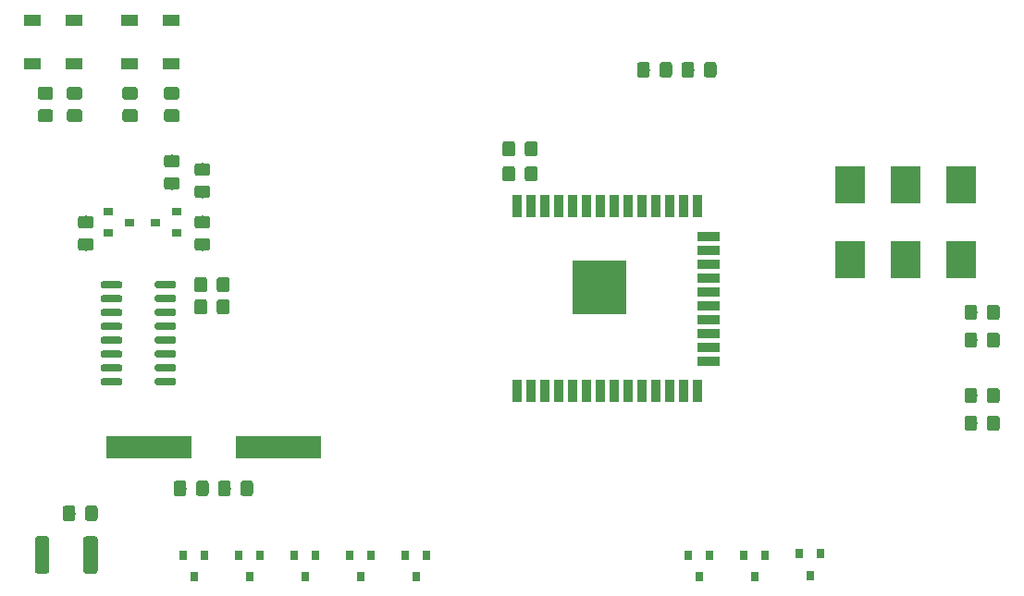
<source format=gbr>
G04 #@! TF.GenerationSoftware,KiCad,Pcbnew,5.0.2-bee76a0~70~ubuntu18.04.1*
G04 #@! TF.CreationDate,2020-07-22T00:10:31+02:00*
G04 #@! TF.ProjectId,E32CB_R2,45333243-425f-4523-922e-6b696361645f,rev?*
G04 #@! TF.SameCoordinates,Original*
G04 #@! TF.FileFunction,Paste,Bot*
G04 #@! TF.FilePolarity,Positive*
%FSLAX46Y46*%
G04 Gerber Fmt 4.6, Leading zero omitted, Abs format (unit mm)*
G04 Created by KiCad (PCBNEW 5.0.2-bee76a0~70~ubuntu18.04.1) date St 22. července 2020, 00:10:31 CEST*
%MOMM*%
%LPD*%
G01*
G04 APERTURE LIST*
%ADD10R,5.000000X5.000000*%
%ADD11R,0.900000X2.000000*%
%ADD12R,2.000000X0.900000*%
%ADD13C,0.100000*%
%ADD14C,1.150000*%
%ADD15R,7.875000X2.000000*%
%ADD16R,2.700000X3.500000*%
%ADD17C,1.300000*%
%ADD18R,1.500000X1.050000*%
%ADD19C,0.600000*%
%ADD20R,0.800000X0.900000*%
%ADD21R,0.900000X0.800000*%
G04 APERTURE END LIST*
D10*
G04 #@! TO.C,U1*
X163075000Y-74565000D03*
D11*
X155575000Y-67065000D03*
X156845000Y-67065000D03*
X158115000Y-67065000D03*
X159385000Y-67065000D03*
X160655000Y-67065000D03*
X161925000Y-67065000D03*
X163195000Y-67065000D03*
X164465000Y-67065000D03*
X165735000Y-67065000D03*
X167005000Y-67065000D03*
X168275000Y-67065000D03*
X169545000Y-67065000D03*
X170815000Y-67065000D03*
X172085000Y-67065000D03*
D12*
X173085000Y-69850000D03*
X173085000Y-71120000D03*
X173085000Y-72390000D03*
X173085000Y-73660000D03*
X173085000Y-74930000D03*
X173085000Y-76200000D03*
X173085000Y-77470000D03*
X173085000Y-78740000D03*
X173085000Y-80010000D03*
X173085000Y-81280000D03*
D11*
X172085000Y-84065000D03*
X170815000Y-84065000D03*
X169545000Y-84065000D03*
X168275000Y-84065000D03*
X167005000Y-84065000D03*
X165735000Y-84065000D03*
X164465000Y-84065000D03*
X163195000Y-84065000D03*
X161925000Y-84065000D03*
X160655000Y-84065000D03*
X159385000Y-84065000D03*
X158115000Y-84065000D03*
X156845000Y-84065000D03*
X155575000Y-84065000D03*
G04 #@! TD*
D13*
G04 #@! TO.C,C1*
G36*
X131168505Y-92265204D02*
X131192773Y-92268804D01*
X131216572Y-92274765D01*
X131239671Y-92283030D01*
X131261850Y-92293520D01*
X131282893Y-92306132D01*
X131302599Y-92320747D01*
X131320777Y-92337223D01*
X131337253Y-92355401D01*
X131351868Y-92375107D01*
X131364480Y-92396150D01*
X131374970Y-92418329D01*
X131383235Y-92441428D01*
X131389196Y-92465227D01*
X131392796Y-92489495D01*
X131394000Y-92513999D01*
X131394000Y-93414001D01*
X131392796Y-93438505D01*
X131389196Y-93462773D01*
X131383235Y-93486572D01*
X131374970Y-93509671D01*
X131364480Y-93531850D01*
X131351868Y-93552893D01*
X131337253Y-93572599D01*
X131320777Y-93590777D01*
X131302599Y-93607253D01*
X131282893Y-93621868D01*
X131261850Y-93634480D01*
X131239671Y-93644970D01*
X131216572Y-93653235D01*
X131192773Y-93659196D01*
X131168505Y-93662796D01*
X131144001Y-93664000D01*
X130493999Y-93664000D01*
X130469495Y-93662796D01*
X130445227Y-93659196D01*
X130421428Y-93653235D01*
X130398329Y-93644970D01*
X130376150Y-93634480D01*
X130355107Y-93621868D01*
X130335401Y-93607253D01*
X130317223Y-93590777D01*
X130300747Y-93572599D01*
X130286132Y-93552893D01*
X130273520Y-93531850D01*
X130263030Y-93509671D01*
X130254765Y-93486572D01*
X130248804Y-93462773D01*
X130245204Y-93438505D01*
X130244000Y-93414001D01*
X130244000Y-92513999D01*
X130245204Y-92489495D01*
X130248804Y-92465227D01*
X130254765Y-92441428D01*
X130263030Y-92418329D01*
X130273520Y-92396150D01*
X130286132Y-92375107D01*
X130300747Y-92355401D01*
X130317223Y-92337223D01*
X130335401Y-92320747D01*
X130355107Y-92306132D01*
X130376150Y-92293520D01*
X130398329Y-92283030D01*
X130421428Y-92274765D01*
X130445227Y-92268804D01*
X130469495Y-92265204D01*
X130493999Y-92264000D01*
X131144001Y-92264000D01*
X131168505Y-92265204D01*
X131168505Y-92265204D01*
G37*
D14*
X130819000Y-92964000D03*
D13*
G36*
X129118505Y-92265204D02*
X129142773Y-92268804D01*
X129166572Y-92274765D01*
X129189671Y-92283030D01*
X129211850Y-92293520D01*
X129232893Y-92306132D01*
X129252599Y-92320747D01*
X129270777Y-92337223D01*
X129287253Y-92355401D01*
X129301868Y-92375107D01*
X129314480Y-92396150D01*
X129324970Y-92418329D01*
X129333235Y-92441428D01*
X129339196Y-92465227D01*
X129342796Y-92489495D01*
X129344000Y-92513999D01*
X129344000Y-93414001D01*
X129342796Y-93438505D01*
X129339196Y-93462773D01*
X129333235Y-93486572D01*
X129324970Y-93509671D01*
X129314480Y-93531850D01*
X129301868Y-93552893D01*
X129287253Y-93572599D01*
X129270777Y-93590777D01*
X129252599Y-93607253D01*
X129232893Y-93621868D01*
X129211850Y-93634480D01*
X129189671Y-93644970D01*
X129166572Y-93653235D01*
X129142773Y-93659196D01*
X129118505Y-93662796D01*
X129094001Y-93664000D01*
X128443999Y-93664000D01*
X128419495Y-93662796D01*
X128395227Y-93659196D01*
X128371428Y-93653235D01*
X128348329Y-93644970D01*
X128326150Y-93634480D01*
X128305107Y-93621868D01*
X128285401Y-93607253D01*
X128267223Y-93590777D01*
X128250747Y-93572599D01*
X128236132Y-93552893D01*
X128223520Y-93531850D01*
X128213030Y-93509671D01*
X128204765Y-93486572D01*
X128198804Y-93462773D01*
X128195204Y-93438505D01*
X128194000Y-93414001D01*
X128194000Y-92513999D01*
X128195204Y-92489495D01*
X128198804Y-92465227D01*
X128204765Y-92441428D01*
X128213030Y-92418329D01*
X128223520Y-92396150D01*
X128236132Y-92375107D01*
X128250747Y-92355401D01*
X128267223Y-92337223D01*
X128285401Y-92320747D01*
X128305107Y-92306132D01*
X128326150Y-92293520D01*
X128348329Y-92283030D01*
X128371428Y-92274765D01*
X128395227Y-92268804D01*
X128419495Y-92265204D01*
X128443999Y-92264000D01*
X129094001Y-92264000D01*
X129118505Y-92265204D01*
X129118505Y-92265204D01*
G37*
D14*
X128769000Y-92964000D03*
G04 #@! TD*
D13*
G04 #@! TO.C,C2*
G36*
X127104505Y-92265204D02*
X127128773Y-92268804D01*
X127152572Y-92274765D01*
X127175671Y-92283030D01*
X127197850Y-92293520D01*
X127218893Y-92306132D01*
X127238599Y-92320747D01*
X127256777Y-92337223D01*
X127273253Y-92355401D01*
X127287868Y-92375107D01*
X127300480Y-92396150D01*
X127310970Y-92418329D01*
X127319235Y-92441428D01*
X127325196Y-92465227D01*
X127328796Y-92489495D01*
X127330000Y-92513999D01*
X127330000Y-93414001D01*
X127328796Y-93438505D01*
X127325196Y-93462773D01*
X127319235Y-93486572D01*
X127310970Y-93509671D01*
X127300480Y-93531850D01*
X127287868Y-93552893D01*
X127273253Y-93572599D01*
X127256777Y-93590777D01*
X127238599Y-93607253D01*
X127218893Y-93621868D01*
X127197850Y-93634480D01*
X127175671Y-93644970D01*
X127152572Y-93653235D01*
X127128773Y-93659196D01*
X127104505Y-93662796D01*
X127080001Y-93664000D01*
X126429999Y-93664000D01*
X126405495Y-93662796D01*
X126381227Y-93659196D01*
X126357428Y-93653235D01*
X126334329Y-93644970D01*
X126312150Y-93634480D01*
X126291107Y-93621868D01*
X126271401Y-93607253D01*
X126253223Y-93590777D01*
X126236747Y-93572599D01*
X126222132Y-93552893D01*
X126209520Y-93531850D01*
X126199030Y-93509671D01*
X126190765Y-93486572D01*
X126184804Y-93462773D01*
X126181204Y-93438505D01*
X126180000Y-93414001D01*
X126180000Y-92513999D01*
X126181204Y-92489495D01*
X126184804Y-92465227D01*
X126190765Y-92441428D01*
X126199030Y-92418329D01*
X126209520Y-92396150D01*
X126222132Y-92375107D01*
X126236747Y-92355401D01*
X126253223Y-92337223D01*
X126271401Y-92320747D01*
X126291107Y-92306132D01*
X126312150Y-92293520D01*
X126334329Y-92283030D01*
X126357428Y-92274765D01*
X126381227Y-92268804D01*
X126405495Y-92265204D01*
X126429999Y-92264000D01*
X127080001Y-92264000D01*
X127104505Y-92265204D01*
X127104505Y-92265204D01*
G37*
D14*
X126755000Y-92964000D03*
D13*
G36*
X125054505Y-92265204D02*
X125078773Y-92268804D01*
X125102572Y-92274765D01*
X125125671Y-92283030D01*
X125147850Y-92293520D01*
X125168893Y-92306132D01*
X125188599Y-92320747D01*
X125206777Y-92337223D01*
X125223253Y-92355401D01*
X125237868Y-92375107D01*
X125250480Y-92396150D01*
X125260970Y-92418329D01*
X125269235Y-92441428D01*
X125275196Y-92465227D01*
X125278796Y-92489495D01*
X125280000Y-92513999D01*
X125280000Y-93414001D01*
X125278796Y-93438505D01*
X125275196Y-93462773D01*
X125269235Y-93486572D01*
X125260970Y-93509671D01*
X125250480Y-93531850D01*
X125237868Y-93552893D01*
X125223253Y-93572599D01*
X125206777Y-93590777D01*
X125188599Y-93607253D01*
X125168893Y-93621868D01*
X125147850Y-93634480D01*
X125125671Y-93644970D01*
X125102572Y-93653235D01*
X125078773Y-93659196D01*
X125054505Y-93662796D01*
X125030001Y-93664000D01*
X124379999Y-93664000D01*
X124355495Y-93662796D01*
X124331227Y-93659196D01*
X124307428Y-93653235D01*
X124284329Y-93644970D01*
X124262150Y-93634480D01*
X124241107Y-93621868D01*
X124221401Y-93607253D01*
X124203223Y-93590777D01*
X124186747Y-93572599D01*
X124172132Y-93552893D01*
X124159520Y-93531850D01*
X124149030Y-93509671D01*
X124140765Y-93486572D01*
X124134804Y-93462773D01*
X124131204Y-93438505D01*
X124130000Y-93414001D01*
X124130000Y-92513999D01*
X124131204Y-92489495D01*
X124134804Y-92465227D01*
X124140765Y-92441428D01*
X124149030Y-92418329D01*
X124159520Y-92396150D01*
X124172132Y-92375107D01*
X124186747Y-92355401D01*
X124203223Y-92337223D01*
X124221401Y-92320747D01*
X124241107Y-92306132D01*
X124262150Y-92293520D01*
X124284329Y-92283030D01*
X124307428Y-92274765D01*
X124331227Y-92268804D01*
X124355495Y-92265204D01*
X124379999Y-92264000D01*
X125030001Y-92264000D01*
X125054505Y-92265204D01*
X125054505Y-92265204D01*
G37*
D14*
X124705000Y-92964000D03*
G04 #@! TD*
D13*
G04 #@! TO.C,C3*
G36*
X114894505Y-94551204D02*
X114918773Y-94554804D01*
X114942572Y-94560765D01*
X114965671Y-94569030D01*
X114987850Y-94579520D01*
X115008893Y-94592132D01*
X115028599Y-94606747D01*
X115046777Y-94623223D01*
X115063253Y-94641401D01*
X115077868Y-94661107D01*
X115090480Y-94682150D01*
X115100970Y-94704329D01*
X115109235Y-94727428D01*
X115115196Y-94751227D01*
X115118796Y-94775495D01*
X115120000Y-94799999D01*
X115120000Y-95700001D01*
X115118796Y-95724505D01*
X115115196Y-95748773D01*
X115109235Y-95772572D01*
X115100970Y-95795671D01*
X115090480Y-95817850D01*
X115077868Y-95838893D01*
X115063253Y-95858599D01*
X115046777Y-95876777D01*
X115028599Y-95893253D01*
X115008893Y-95907868D01*
X114987850Y-95920480D01*
X114965671Y-95930970D01*
X114942572Y-95939235D01*
X114918773Y-95945196D01*
X114894505Y-95948796D01*
X114870001Y-95950000D01*
X114219999Y-95950000D01*
X114195495Y-95948796D01*
X114171227Y-95945196D01*
X114147428Y-95939235D01*
X114124329Y-95930970D01*
X114102150Y-95920480D01*
X114081107Y-95907868D01*
X114061401Y-95893253D01*
X114043223Y-95876777D01*
X114026747Y-95858599D01*
X114012132Y-95838893D01*
X113999520Y-95817850D01*
X113989030Y-95795671D01*
X113980765Y-95772572D01*
X113974804Y-95748773D01*
X113971204Y-95724505D01*
X113970000Y-95700001D01*
X113970000Y-94799999D01*
X113971204Y-94775495D01*
X113974804Y-94751227D01*
X113980765Y-94727428D01*
X113989030Y-94704329D01*
X113999520Y-94682150D01*
X114012132Y-94661107D01*
X114026747Y-94641401D01*
X114043223Y-94623223D01*
X114061401Y-94606747D01*
X114081107Y-94592132D01*
X114102150Y-94579520D01*
X114124329Y-94569030D01*
X114147428Y-94560765D01*
X114171227Y-94554804D01*
X114195495Y-94551204D01*
X114219999Y-94550000D01*
X114870001Y-94550000D01*
X114894505Y-94551204D01*
X114894505Y-94551204D01*
G37*
D14*
X114545000Y-95250000D03*
D13*
G36*
X116944505Y-94551204D02*
X116968773Y-94554804D01*
X116992572Y-94560765D01*
X117015671Y-94569030D01*
X117037850Y-94579520D01*
X117058893Y-94592132D01*
X117078599Y-94606747D01*
X117096777Y-94623223D01*
X117113253Y-94641401D01*
X117127868Y-94661107D01*
X117140480Y-94682150D01*
X117150970Y-94704329D01*
X117159235Y-94727428D01*
X117165196Y-94751227D01*
X117168796Y-94775495D01*
X117170000Y-94799999D01*
X117170000Y-95700001D01*
X117168796Y-95724505D01*
X117165196Y-95748773D01*
X117159235Y-95772572D01*
X117150970Y-95795671D01*
X117140480Y-95817850D01*
X117127868Y-95838893D01*
X117113253Y-95858599D01*
X117096777Y-95876777D01*
X117078599Y-95893253D01*
X117058893Y-95907868D01*
X117037850Y-95920480D01*
X117015671Y-95930970D01*
X116992572Y-95939235D01*
X116968773Y-95945196D01*
X116944505Y-95948796D01*
X116920001Y-95950000D01*
X116269999Y-95950000D01*
X116245495Y-95948796D01*
X116221227Y-95945196D01*
X116197428Y-95939235D01*
X116174329Y-95930970D01*
X116152150Y-95920480D01*
X116131107Y-95907868D01*
X116111401Y-95893253D01*
X116093223Y-95876777D01*
X116076747Y-95858599D01*
X116062132Y-95838893D01*
X116049520Y-95817850D01*
X116039030Y-95795671D01*
X116030765Y-95772572D01*
X116024804Y-95748773D01*
X116021204Y-95724505D01*
X116020000Y-95700001D01*
X116020000Y-94799999D01*
X116021204Y-94775495D01*
X116024804Y-94751227D01*
X116030765Y-94727428D01*
X116039030Y-94704329D01*
X116049520Y-94682150D01*
X116062132Y-94661107D01*
X116076747Y-94641401D01*
X116093223Y-94623223D01*
X116111401Y-94606747D01*
X116131107Y-94592132D01*
X116152150Y-94579520D01*
X116174329Y-94569030D01*
X116197428Y-94560765D01*
X116221227Y-94554804D01*
X116245495Y-94551204D01*
X116269999Y-94550000D01*
X116920001Y-94550000D01*
X116944505Y-94551204D01*
X116944505Y-94551204D01*
G37*
D14*
X116595000Y-95250000D03*
G04 #@! TD*
D13*
G04 #@! TO.C,C4*
G36*
X155153505Y-63436204D02*
X155177773Y-63439804D01*
X155201572Y-63445765D01*
X155224671Y-63454030D01*
X155246850Y-63464520D01*
X155267893Y-63477132D01*
X155287599Y-63491747D01*
X155305777Y-63508223D01*
X155322253Y-63526401D01*
X155336868Y-63546107D01*
X155349480Y-63567150D01*
X155359970Y-63589329D01*
X155368235Y-63612428D01*
X155374196Y-63636227D01*
X155377796Y-63660495D01*
X155379000Y-63684999D01*
X155379000Y-64585001D01*
X155377796Y-64609505D01*
X155374196Y-64633773D01*
X155368235Y-64657572D01*
X155359970Y-64680671D01*
X155349480Y-64702850D01*
X155336868Y-64723893D01*
X155322253Y-64743599D01*
X155305777Y-64761777D01*
X155287599Y-64778253D01*
X155267893Y-64792868D01*
X155246850Y-64805480D01*
X155224671Y-64815970D01*
X155201572Y-64824235D01*
X155177773Y-64830196D01*
X155153505Y-64833796D01*
X155129001Y-64835000D01*
X154478999Y-64835000D01*
X154454495Y-64833796D01*
X154430227Y-64830196D01*
X154406428Y-64824235D01*
X154383329Y-64815970D01*
X154361150Y-64805480D01*
X154340107Y-64792868D01*
X154320401Y-64778253D01*
X154302223Y-64761777D01*
X154285747Y-64743599D01*
X154271132Y-64723893D01*
X154258520Y-64702850D01*
X154248030Y-64680671D01*
X154239765Y-64657572D01*
X154233804Y-64633773D01*
X154230204Y-64609505D01*
X154229000Y-64585001D01*
X154229000Y-63684999D01*
X154230204Y-63660495D01*
X154233804Y-63636227D01*
X154239765Y-63612428D01*
X154248030Y-63589329D01*
X154258520Y-63567150D01*
X154271132Y-63546107D01*
X154285747Y-63526401D01*
X154302223Y-63508223D01*
X154320401Y-63491747D01*
X154340107Y-63477132D01*
X154361150Y-63464520D01*
X154383329Y-63454030D01*
X154406428Y-63445765D01*
X154430227Y-63439804D01*
X154454495Y-63436204D01*
X154478999Y-63435000D01*
X155129001Y-63435000D01*
X155153505Y-63436204D01*
X155153505Y-63436204D01*
G37*
D14*
X154804000Y-64135000D03*
D13*
G36*
X157203505Y-63436204D02*
X157227773Y-63439804D01*
X157251572Y-63445765D01*
X157274671Y-63454030D01*
X157296850Y-63464520D01*
X157317893Y-63477132D01*
X157337599Y-63491747D01*
X157355777Y-63508223D01*
X157372253Y-63526401D01*
X157386868Y-63546107D01*
X157399480Y-63567150D01*
X157409970Y-63589329D01*
X157418235Y-63612428D01*
X157424196Y-63636227D01*
X157427796Y-63660495D01*
X157429000Y-63684999D01*
X157429000Y-64585001D01*
X157427796Y-64609505D01*
X157424196Y-64633773D01*
X157418235Y-64657572D01*
X157409970Y-64680671D01*
X157399480Y-64702850D01*
X157386868Y-64723893D01*
X157372253Y-64743599D01*
X157355777Y-64761777D01*
X157337599Y-64778253D01*
X157317893Y-64792868D01*
X157296850Y-64805480D01*
X157274671Y-64815970D01*
X157251572Y-64824235D01*
X157227773Y-64830196D01*
X157203505Y-64833796D01*
X157179001Y-64835000D01*
X156528999Y-64835000D01*
X156504495Y-64833796D01*
X156480227Y-64830196D01*
X156456428Y-64824235D01*
X156433329Y-64815970D01*
X156411150Y-64805480D01*
X156390107Y-64792868D01*
X156370401Y-64778253D01*
X156352223Y-64761777D01*
X156335747Y-64743599D01*
X156321132Y-64723893D01*
X156308520Y-64702850D01*
X156298030Y-64680671D01*
X156289765Y-64657572D01*
X156283804Y-64633773D01*
X156280204Y-64609505D01*
X156279000Y-64585001D01*
X156279000Y-63684999D01*
X156280204Y-63660495D01*
X156283804Y-63636227D01*
X156289765Y-63612428D01*
X156298030Y-63589329D01*
X156308520Y-63567150D01*
X156321132Y-63546107D01*
X156335747Y-63526401D01*
X156352223Y-63508223D01*
X156370401Y-63491747D01*
X156390107Y-63477132D01*
X156411150Y-63464520D01*
X156433329Y-63454030D01*
X156456428Y-63445765D01*
X156480227Y-63439804D01*
X156504495Y-63436204D01*
X156528999Y-63435000D01*
X157179001Y-63435000D01*
X157203505Y-63436204D01*
X157203505Y-63436204D01*
G37*
D14*
X156854000Y-64135000D03*
G04 #@! TD*
D13*
G04 #@! TO.C,C5*
G36*
X157203505Y-61150204D02*
X157227773Y-61153804D01*
X157251572Y-61159765D01*
X157274671Y-61168030D01*
X157296850Y-61178520D01*
X157317893Y-61191132D01*
X157337599Y-61205747D01*
X157355777Y-61222223D01*
X157372253Y-61240401D01*
X157386868Y-61260107D01*
X157399480Y-61281150D01*
X157409970Y-61303329D01*
X157418235Y-61326428D01*
X157424196Y-61350227D01*
X157427796Y-61374495D01*
X157429000Y-61398999D01*
X157429000Y-62299001D01*
X157427796Y-62323505D01*
X157424196Y-62347773D01*
X157418235Y-62371572D01*
X157409970Y-62394671D01*
X157399480Y-62416850D01*
X157386868Y-62437893D01*
X157372253Y-62457599D01*
X157355777Y-62475777D01*
X157337599Y-62492253D01*
X157317893Y-62506868D01*
X157296850Y-62519480D01*
X157274671Y-62529970D01*
X157251572Y-62538235D01*
X157227773Y-62544196D01*
X157203505Y-62547796D01*
X157179001Y-62549000D01*
X156528999Y-62549000D01*
X156504495Y-62547796D01*
X156480227Y-62544196D01*
X156456428Y-62538235D01*
X156433329Y-62529970D01*
X156411150Y-62519480D01*
X156390107Y-62506868D01*
X156370401Y-62492253D01*
X156352223Y-62475777D01*
X156335747Y-62457599D01*
X156321132Y-62437893D01*
X156308520Y-62416850D01*
X156298030Y-62394671D01*
X156289765Y-62371572D01*
X156283804Y-62347773D01*
X156280204Y-62323505D01*
X156279000Y-62299001D01*
X156279000Y-61398999D01*
X156280204Y-61374495D01*
X156283804Y-61350227D01*
X156289765Y-61326428D01*
X156298030Y-61303329D01*
X156308520Y-61281150D01*
X156321132Y-61260107D01*
X156335747Y-61240401D01*
X156352223Y-61222223D01*
X156370401Y-61205747D01*
X156390107Y-61191132D01*
X156411150Y-61178520D01*
X156433329Y-61168030D01*
X156456428Y-61159765D01*
X156480227Y-61153804D01*
X156504495Y-61150204D01*
X156528999Y-61149000D01*
X157179001Y-61149000D01*
X157203505Y-61150204D01*
X157203505Y-61150204D01*
G37*
D14*
X156854000Y-61849000D03*
D13*
G36*
X155153505Y-61150204D02*
X155177773Y-61153804D01*
X155201572Y-61159765D01*
X155224671Y-61168030D01*
X155246850Y-61178520D01*
X155267893Y-61191132D01*
X155287599Y-61205747D01*
X155305777Y-61222223D01*
X155322253Y-61240401D01*
X155336868Y-61260107D01*
X155349480Y-61281150D01*
X155359970Y-61303329D01*
X155368235Y-61326428D01*
X155374196Y-61350227D01*
X155377796Y-61374495D01*
X155379000Y-61398999D01*
X155379000Y-62299001D01*
X155377796Y-62323505D01*
X155374196Y-62347773D01*
X155368235Y-62371572D01*
X155359970Y-62394671D01*
X155349480Y-62416850D01*
X155336868Y-62437893D01*
X155322253Y-62457599D01*
X155305777Y-62475777D01*
X155287599Y-62492253D01*
X155267893Y-62506868D01*
X155246850Y-62519480D01*
X155224671Y-62529970D01*
X155201572Y-62538235D01*
X155177773Y-62544196D01*
X155153505Y-62547796D01*
X155129001Y-62549000D01*
X154478999Y-62549000D01*
X154454495Y-62547796D01*
X154430227Y-62544196D01*
X154406428Y-62538235D01*
X154383329Y-62529970D01*
X154361150Y-62519480D01*
X154340107Y-62506868D01*
X154320401Y-62492253D01*
X154302223Y-62475777D01*
X154285747Y-62457599D01*
X154271132Y-62437893D01*
X154258520Y-62416850D01*
X154248030Y-62394671D01*
X154239765Y-62371572D01*
X154233804Y-62347773D01*
X154230204Y-62323505D01*
X154229000Y-62299001D01*
X154229000Y-61398999D01*
X154230204Y-61374495D01*
X154233804Y-61350227D01*
X154239765Y-61326428D01*
X154248030Y-61303329D01*
X154258520Y-61281150D01*
X154271132Y-61260107D01*
X154285747Y-61240401D01*
X154302223Y-61222223D01*
X154320401Y-61205747D01*
X154340107Y-61191132D01*
X154361150Y-61178520D01*
X154383329Y-61168030D01*
X154406428Y-61159765D01*
X154430227Y-61153804D01*
X154454495Y-61150204D01*
X154478999Y-61149000D01*
X155129001Y-61149000D01*
X155153505Y-61150204D01*
X155153505Y-61150204D01*
G37*
D14*
X154804000Y-61849000D03*
G04 #@! TD*
D13*
G04 #@! TO.C,C6*
G36*
X199494505Y-83756204D02*
X199518773Y-83759804D01*
X199542572Y-83765765D01*
X199565671Y-83774030D01*
X199587850Y-83784520D01*
X199608893Y-83797132D01*
X199628599Y-83811747D01*
X199646777Y-83828223D01*
X199663253Y-83846401D01*
X199677868Y-83866107D01*
X199690480Y-83887150D01*
X199700970Y-83909329D01*
X199709235Y-83932428D01*
X199715196Y-83956227D01*
X199718796Y-83980495D01*
X199720000Y-84004999D01*
X199720000Y-84905001D01*
X199718796Y-84929505D01*
X199715196Y-84953773D01*
X199709235Y-84977572D01*
X199700970Y-85000671D01*
X199690480Y-85022850D01*
X199677868Y-85043893D01*
X199663253Y-85063599D01*
X199646777Y-85081777D01*
X199628599Y-85098253D01*
X199608893Y-85112868D01*
X199587850Y-85125480D01*
X199565671Y-85135970D01*
X199542572Y-85144235D01*
X199518773Y-85150196D01*
X199494505Y-85153796D01*
X199470001Y-85155000D01*
X198819999Y-85155000D01*
X198795495Y-85153796D01*
X198771227Y-85150196D01*
X198747428Y-85144235D01*
X198724329Y-85135970D01*
X198702150Y-85125480D01*
X198681107Y-85112868D01*
X198661401Y-85098253D01*
X198643223Y-85081777D01*
X198626747Y-85063599D01*
X198612132Y-85043893D01*
X198599520Y-85022850D01*
X198589030Y-85000671D01*
X198580765Y-84977572D01*
X198574804Y-84953773D01*
X198571204Y-84929505D01*
X198570000Y-84905001D01*
X198570000Y-84004999D01*
X198571204Y-83980495D01*
X198574804Y-83956227D01*
X198580765Y-83932428D01*
X198589030Y-83909329D01*
X198599520Y-83887150D01*
X198612132Y-83866107D01*
X198626747Y-83846401D01*
X198643223Y-83828223D01*
X198661401Y-83811747D01*
X198681107Y-83797132D01*
X198702150Y-83784520D01*
X198724329Y-83774030D01*
X198747428Y-83765765D01*
X198771227Y-83759804D01*
X198795495Y-83756204D01*
X198819999Y-83755000D01*
X199470001Y-83755000D01*
X199494505Y-83756204D01*
X199494505Y-83756204D01*
G37*
D14*
X199145000Y-84455000D03*
D13*
G36*
X197444505Y-83756204D02*
X197468773Y-83759804D01*
X197492572Y-83765765D01*
X197515671Y-83774030D01*
X197537850Y-83784520D01*
X197558893Y-83797132D01*
X197578599Y-83811747D01*
X197596777Y-83828223D01*
X197613253Y-83846401D01*
X197627868Y-83866107D01*
X197640480Y-83887150D01*
X197650970Y-83909329D01*
X197659235Y-83932428D01*
X197665196Y-83956227D01*
X197668796Y-83980495D01*
X197670000Y-84004999D01*
X197670000Y-84905001D01*
X197668796Y-84929505D01*
X197665196Y-84953773D01*
X197659235Y-84977572D01*
X197650970Y-85000671D01*
X197640480Y-85022850D01*
X197627868Y-85043893D01*
X197613253Y-85063599D01*
X197596777Y-85081777D01*
X197578599Y-85098253D01*
X197558893Y-85112868D01*
X197537850Y-85125480D01*
X197515671Y-85135970D01*
X197492572Y-85144235D01*
X197468773Y-85150196D01*
X197444505Y-85153796D01*
X197420001Y-85155000D01*
X196769999Y-85155000D01*
X196745495Y-85153796D01*
X196721227Y-85150196D01*
X196697428Y-85144235D01*
X196674329Y-85135970D01*
X196652150Y-85125480D01*
X196631107Y-85112868D01*
X196611401Y-85098253D01*
X196593223Y-85081777D01*
X196576747Y-85063599D01*
X196562132Y-85043893D01*
X196549520Y-85022850D01*
X196539030Y-85000671D01*
X196530765Y-84977572D01*
X196524804Y-84953773D01*
X196521204Y-84929505D01*
X196520000Y-84905001D01*
X196520000Y-84004999D01*
X196521204Y-83980495D01*
X196524804Y-83956227D01*
X196530765Y-83932428D01*
X196539030Y-83909329D01*
X196549520Y-83887150D01*
X196562132Y-83866107D01*
X196576747Y-83846401D01*
X196593223Y-83828223D01*
X196611401Y-83811747D01*
X196631107Y-83797132D01*
X196652150Y-83784520D01*
X196674329Y-83774030D01*
X196697428Y-83765765D01*
X196721227Y-83759804D01*
X196745495Y-83756204D01*
X196769999Y-83755000D01*
X197420001Y-83755000D01*
X197444505Y-83756204D01*
X197444505Y-83756204D01*
G37*
D14*
X197095000Y-84455000D03*
G04 #@! TD*
D13*
G04 #@! TO.C,C7*
G36*
X197444505Y-86296204D02*
X197468773Y-86299804D01*
X197492572Y-86305765D01*
X197515671Y-86314030D01*
X197537850Y-86324520D01*
X197558893Y-86337132D01*
X197578599Y-86351747D01*
X197596777Y-86368223D01*
X197613253Y-86386401D01*
X197627868Y-86406107D01*
X197640480Y-86427150D01*
X197650970Y-86449329D01*
X197659235Y-86472428D01*
X197665196Y-86496227D01*
X197668796Y-86520495D01*
X197670000Y-86544999D01*
X197670000Y-87445001D01*
X197668796Y-87469505D01*
X197665196Y-87493773D01*
X197659235Y-87517572D01*
X197650970Y-87540671D01*
X197640480Y-87562850D01*
X197627868Y-87583893D01*
X197613253Y-87603599D01*
X197596777Y-87621777D01*
X197578599Y-87638253D01*
X197558893Y-87652868D01*
X197537850Y-87665480D01*
X197515671Y-87675970D01*
X197492572Y-87684235D01*
X197468773Y-87690196D01*
X197444505Y-87693796D01*
X197420001Y-87695000D01*
X196769999Y-87695000D01*
X196745495Y-87693796D01*
X196721227Y-87690196D01*
X196697428Y-87684235D01*
X196674329Y-87675970D01*
X196652150Y-87665480D01*
X196631107Y-87652868D01*
X196611401Y-87638253D01*
X196593223Y-87621777D01*
X196576747Y-87603599D01*
X196562132Y-87583893D01*
X196549520Y-87562850D01*
X196539030Y-87540671D01*
X196530765Y-87517572D01*
X196524804Y-87493773D01*
X196521204Y-87469505D01*
X196520000Y-87445001D01*
X196520000Y-86544999D01*
X196521204Y-86520495D01*
X196524804Y-86496227D01*
X196530765Y-86472428D01*
X196539030Y-86449329D01*
X196549520Y-86427150D01*
X196562132Y-86406107D01*
X196576747Y-86386401D01*
X196593223Y-86368223D01*
X196611401Y-86351747D01*
X196631107Y-86337132D01*
X196652150Y-86324520D01*
X196674329Y-86314030D01*
X196697428Y-86305765D01*
X196721227Y-86299804D01*
X196745495Y-86296204D01*
X196769999Y-86295000D01*
X197420001Y-86295000D01*
X197444505Y-86296204D01*
X197444505Y-86296204D01*
G37*
D14*
X197095000Y-86995000D03*
D13*
G36*
X199494505Y-86296204D02*
X199518773Y-86299804D01*
X199542572Y-86305765D01*
X199565671Y-86314030D01*
X199587850Y-86324520D01*
X199608893Y-86337132D01*
X199628599Y-86351747D01*
X199646777Y-86368223D01*
X199663253Y-86386401D01*
X199677868Y-86406107D01*
X199690480Y-86427150D01*
X199700970Y-86449329D01*
X199709235Y-86472428D01*
X199715196Y-86496227D01*
X199718796Y-86520495D01*
X199720000Y-86544999D01*
X199720000Y-87445001D01*
X199718796Y-87469505D01*
X199715196Y-87493773D01*
X199709235Y-87517572D01*
X199700970Y-87540671D01*
X199690480Y-87562850D01*
X199677868Y-87583893D01*
X199663253Y-87603599D01*
X199646777Y-87621777D01*
X199628599Y-87638253D01*
X199608893Y-87652868D01*
X199587850Y-87665480D01*
X199565671Y-87675970D01*
X199542572Y-87684235D01*
X199518773Y-87690196D01*
X199494505Y-87693796D01*
X199470001Y-87695000D01*
X198819999Y-87695000D01*
X198795495Y-87693796D01*
X198771227Y-87690196D01*
X198747428Y-87684235D01*
X198724329Y-87675970D01*
X198702150Y-87665480D01*
X198681107Y-87652868D01*
X198661401Y-87638253D01*
X198643223Y-87621777D01*
X198626747Y-87603599D01*
X198612132Y-87583893D01*
X198599520Y-87562850D01*
X198589030Y-87540671D01*
X198580765Y-87517572D01*
X198574804Y-87493773D01*
X198571204Y-87469505D01*
X198570000Y-87445001D01*
X198570000Y-86544999D01*
X198571204Y-86520495D01*
X198574804Y-86496227D01*
X198580765Y-86472428D01*
X198589030Y-86449329D01*
X198599520Y-86427150D01*
X198612132Y-86406107D01*
X198626747Y-86386401D01*
X198643223Y-86368223D01*
X198661401Y-86351747D01*
X198681107Y-86337132D01*
X198702150Y-86324520D01*
X198724329Y-86314030D01*
X198747428Y-86305765D01*
X198771227Y-86299804D01*
X198795495Y-86296204D01*
X198819999Y-86295000D01*
X199470001Y-86295000D01*
X199494505Y-86296204D01*
X199494505Y-86296204D01*
G37*
D14*
X199145000Y-86995000D03*
G04 #@! TD*
D13*
G04 #@! TO.C,C8*
G36*
X199494505Y-76136204D02*
X199518773Y-76139804D01*
X199542572Y-76145765D01*
X199565671Y-76154030D01*
X199587850Y-76164520D01*
X199608893Y-76177132D01*
X199628599Y-76191747D01*
X199646777Y-76208223D01*
X199663253Y-76226401D01*
X199677868Y-76246107D01*
X199690480Y-76267150D01*
X199700970Y-76289329D01*
X199709235Y-76312428D01*
X199715196Y-76336227D01*
X199718796Y-76360495D01*
X199720000Y-76384999D01*
X199720000Y-77285001D01*
X199718796Y-77309505D01*
X199715196Y-77333773D01*
X199709235Y-77357572D01*
X199700970Y-77380671D01*
X199690480Y-77402850D01*
X199677868Y-77423893D01*
X199663253Y-77443599D01*
X199646777Y-77461777D01*
X199628599Y-77478253D01*
X199608893Y-77492868D01*
X199587850Y-77505480D01*
X199565671Y-77515970D01*
X199542572Y-77524235D01*
X199518773Y-77530196D01*
X199494505Y-77533796D01*
X199470001Y-77535000D01*
X198819999Y-77535000D01*
X198795495Y-77533796D01*
X198771227Y-77530196D01*
X198747428Y-77524235D01*
X198724329Y-77515970D01*
X198702150Y-77505480D01*
X198681107Y-77492868D01*
X198661401Y-77478253D01*
X198643223Y-77461777D01*
X198626747Y-77443599D01*
X198612132Y-77423893D01*
X198599520Y-77402850D01*
X198589030Y-77380671D01*
X198580765Y-77357572D01*
X198574804Y-77333773D01*
X198571204Y-77309505D01*
X198570000Y-77285001D01*
X198570000Y-76384999D01*
X198571204Y-76360495D01*
X198574804Y-76336227D01*
X198580765Y-76312428D01*
X198589030Y-76289329D01*
X198599520Y-76267150D01*
X198612132Y-76246107D01*
X198626747Y-76226401D01*
X198643223Y-76208223D01*
X198661401Y-76191747D01*
X198681107Y-76177132D01*
X198702150Y-76164520D01*
X198724329Y-76154030D01*
X198747428Y-76145765D01*
X198771227Y-76139804D01*
X198795495Y-76136204D01*
X198819999Y-76135000D01*
X199470001Y-76135000D01*
X199494505Y-76136204D01*
X199494505Y-76136204D01*
G37*
D14*
X199145000Y-76835000D03*
D13*
G36*
X197444505Y-76136204D02*
X197468773Y-76139804D01*
X197492572Y-76145765D01*
X197515671Y-76154030D01*
X197537850Y-76164520D01*
X197558893Y-76177132D01*
X197578599Y-76191747D01*
X197596777Y-76208223D01*
X197613253Y-76226401D01*
X197627868Y-76246107D01*
X197640480Y-76267150D01*
X197650970Y-76289329D01*
X197659235Y-76312428D01*
X197665196Y-76336227D01*
X197668796Y-76360495D01*
X197670000Y-76384999D01*
X197670000Y-77285001D01*
X197668796Y-77309505D01*
X197665196Y-77333773D01*
X197659235Y-77357572D01*
X197650970Y-77380671D01*
X197640480Y-77402850D01*
X197627868Y-77423893D01*
X197613253Y-77443599D01*
X197596777Y-77461777D01*
X197578599Y-77478253D01*
X197558893Y-77492868D01*
X197537850Y-77505480D01*
X197515671Y-77515970D01*
X197492572Y-77524235D01*
X197468773Y-77530196D01*
X197444505Y-77533796D01*
X197420001Y-77535000D01*
X196769999Y-77535000D01*
X196745495Y-77533796D01*
X196721227Y-77530196D01*
X196697428Y-77524235D01*
X196674329Y-77515970D01*
X196652150Y-77505480D01*
X196631107Y-77492868D01*
X196611401Y-77478253D01*
X196593223Y-77461777D01*
X196576747Y-77443599D01*
X196562132Y-77423893D01*
X196549520Y-77402850D01*
X196539030Y-77380671D01*
X196530765Y-77357572D01*
X196524804Y-77333773D01*
X196521204Y-77309505D01*
X196520000Y-77285001D01*
X196520000Y-76384999D01*
X196521204Y-76360495D01*
X196524804Y-76336227D01*
X196530765Y-76312428D01*
X196539030Y-76289329D01*
X196549520Y-76267150D01*
X196562132Y-76246107D01*
X196576747Y-76226401D01*
X196593223Y-76208223D01*
X196611401Y-76191747D01*
X196631107Y-76177132D01*
X196652150Y-76164520D01*
X196674329Y-76154030D01*
X196697428Y-76145765D01*
X196721227Y-76139804D01*
X196745495Y-76136204D01*
X196769999Y-76135000D01*
X197420001Y-76135000D01*
X197444505Y-76136204D01*
X197444505Y-76136204D01*
G37*
D14*
X197095000Y-76835000D03*
G04 #@! TD*
D13*
G04 #@! TO.C,C9*
G36*
X197444505Y-78676204D02*
X197468773Y-78679804D01*
X197492572Y-78685765D01*
X197515671Y-78694030D01*
X197537850Y-78704520D01*
X197558893Y-78717132D01*
X197578599Y-78731747D01*
X197596777Y-78748223D01*
X197613253Y-78766401D01*
X197627868Y-78786107D01*
X197640480Y-78807150D01*
X197650970Y-78829329D01*
X197659235Y-78852428D01*
X197665196Y-78876227D01*
X197668796Y-78900495D01*
X197670000Y-78924999D01*
X197670000Y-79825001D01*
X197668796Y-79849505D01*
X197665196Y-79873773D01*
X197659235Y-79897572D01*
X197650970Y-79920671D01*
X197640480Y-79942850D01*
X197627868Y-79963893D01*
X197613253Y-79983599D01*
X197596777Y-80001777D01*
X197578599Y-80018253D01*
X197558893Y-80032868D01*
X197537850Y-80045480D01*
X197515671Y-80055970D01*
X197492572Y-80064235D01*
X197468773Y-80070196D01*
X197444505Y-80073796D01*
X197420001Y-80075000D01*
X196769999Y-80075000D01*
X196745495Y-80073796D01*
X196721227Y-80070196D01*
X196697428Y-80064235D01*
X196674329Y-80055970D01*
X196652150Y-80045480D01*
X196631107Y-80032868D01*
X196611401Y-80018253D01*
X196593223Y-80001777D01*
X196576747Y-79983599D01*
X196562132Y-79963893D01*
X196549520Y-79942850D01*
X196539030Y-79920671D01*
X196530765Y-79897572D01*
X196524804Y-79873773D01*
X196521204Y-79849505D01*
X196520000Y-79825001D01*
X196520000Y-78924999D01*
X196521204Y-78900495D01*
X196524804Y-78876227D01*
X196530765Y-78852428D01*
X196539030Y-78829329D01*
X196549520Y-78807150D01*
X196562132Y-78786107D01*
X196576747Y-78766401D01*
X196593223Y-78748223D01*
X196611401Y-78731747D01*
X196631107Y-78717132D01*
X196652150Y-78704520D01*
X196674329Y-78694030D01*
X196697428Y-78685765D01*
X196721227Y-78679804D01*
X196745495Y-78676204D01*
X196769999Y-78675000D01*
X197420001Y-78675000D01*
X197444505Y-78676204D01*
X197444505Y-78676204D01*
G37*
D14*
X197095000Y-79375000D03*
D13*
G36*
X199494505Y-78676204D02*
X199518773Y-78679804D01*
X199542572Y-78685765D01*
X199565671Y-78694030D01*
X199587850Y-78704520D01*
X199608893Y-78717132D01*
X199628599Y-78731747D01*
X199646777Y-78748223D01*
X199663253Y-78766401D01*
X199677868Y-78786107D01*
X199690480Y-78807150D01*
X199700970Y-78829329D01*
X199709235Y-78852428D01*
X199715196Y-78876227D01*
X199718796Y-78900495D01*
X199720000Y-78924999D01*
X199720000Y-79825001D01*
X199718796Y-79849505D01*
X199715196Y-79873773D01*
X199709235Y-79897572D01*
X199700970Y-79920671D01*
X199690480Y-79942850D01*
X199677868Y-79963893D01*
X199663253Y-79983599D01*
X199646777Y-80001777D01*
X199628599Y-80018253D01*
X199608893Y-80032868D01*
X199587850Y-80045480D01*
X199565671Y-80055970D01*
X199542572Y-80064235D01*
X199518773Y-80070196D01*
X199494505Y-80073796D01*
X199470001Y-80075000D01*
X198819999Y-80075000D01*
X198795495Y-80073796D01*
X198771227Y-80070196D01*
X198747428Y-80064235D01*
X198724329Y-80055970D01*
X198702150Y-80045480D01*
X198681107Y-80032868D01*
X198661401Y-80018253D01*
X198643223Y-80001777D01*
X198626747Y-79983599D01*
X198612132Y-79963893D01*
X198599520Y-79942850D01*
X198589030Y-79920671D01*
X198580765Y-79897572D01*
X198574804Y-79873773D01*
X198571204Y-79849505D01*
X198570000Y-79825001D01*
X198570000Y-78924999D01*
X198571204Y-78900495D01*
X198574804Y-78876227D01*
X198580765Y-78852428D01*
X198589030Y-78829329D01*
X198599520Y-78807150D01*
X198612132Y-78786107D01*
X198626747Y-78766401D01*
X198643223Y-78748223D01*
X198661401Y-78731747D01*
X198681107Y-78717132D01*
X198702150Y-78704520D01*
X198724329Y-78694030D01*
X198747428Y-78685765D01*
X198771227Y-78679804D01*
X198795495Y-78676204D01*
X198819999Y-78675000D01*
X199470001Y-78675000D01*
X199494505Y-78676204D01*
X199494505Y-78676204D01*
G37*
D14*
X199145000Y-79375000D03*
G04 #@! TD*
D15*
G04 #@! TO.C,X1*
X133699500Y-89154000D03*
X121824500Y-89154000D03*
G04 #@! TD*
D16*
G04 #@! TO.C,D3*
X191135000Y-71980000D03*
X191135000Y-65180000D03*
G04 #@! TD*
G04 #@! TO.C,D2*
X196215000Y-65180000D03*
X196215000Y-71980000D03*
G04 #@! TD*
G04 #@! TO.C,D1*
X186055000Y-65180000D03*
X186055000Y-71980000D03*
G04 #@! TD*
D13*
G04 #@! TO.C,F1*
G36*
X112499504Y-97361204D02*
X112523773Y-97364804D01*
X112547571Y-97370765D01*
X112570671Y-97379030D01*
X112592849Y-97389520D01*
X112613893Y-97402133D01*
X112633598Y-97416747D01*
X112651777Y-97433223D01*
X112668253Y-97451402D01*
X112682867Y-97471107D01*
X112695480Y-97492151D01*
X112705970Y-97514329D01*
X112714235Y-97537429D01*
X112720196Y-97561227D01*
X112723796Y-97585496D01*
X112725000Y-97610000D01*
X112725000Y-100510000D01*
X112723796Y-100534504D01*
X112720196Y-100558773D01*
X112714235Y-100582571D01*
X112705970Y-100605671D01*
X112695480Y-100627849D01*
X112682867Y-100648893D01*
X112668253Y-100668598D01*
X112651777Y-100686777D01*
X112633598Y-100703253D01*
X112613893Y-100717867D01*
X112592849Y-100730480D01*
X112570671Y-100740970D01*
X112547571Y-100749235D01*
X112523773Y-100755196D01*
X112499504Y-100758796D01*
X112475000Y-100760000D01*
X111675000Y-100760000D01*
X111650496Y-100758796D01*
X111626227Y-100755196D01*
X111602429Y-100749235D01*
X111579329Y-100740970D01*
X111557151Y-100730480D01*
X111536107Y-100717867D01*
X111516402Y-100703253D01*
X111498223Y-100686777D01*
X111481747Y-100668598D01*
X111467133Y-100648893D01*
X111454520Y-100627849D01*
X111444030Y-100605671D01*
X111435765Y-100582571D01*
X111429804Y-100558773D01*
X111426204Y-100534504D01*
X111425000Y-100510000D01*
X111425000Y-97610000D01*
X111426204Y-97585496D01*
X111429804Y-97561227D01*
X111435765Y-97537429D01*
X111444030Y-97514329D01*
X111454520Y-97492151D01*
X111467133Y-97471107D01*
X111481747Y-97451402D01*
X111498223Y-97433223D01*
X111516402Y-97416747D01*
X111536107Y-97402133D01*
X111557151Y-97389520D01*
X111579329Y-97379030D01*
X111602429Y-97370765D01*
X111626227Y-97364804D01*
X111650496Y-97361204D01*
X111675000Y-97360000D01*
X112475000Y-97360000D01*
X112499504Y-97361204D01*
X112499504Y-97361204D01*
G37*
D17*
X112075000Y-99060000D03*
D13*
G36*
X116949504Y-97361204D02*
X116973773Y-97364804D01*
X116997571Y-97370765D01*
X117020671Y-97379030D01*
X117042849Y-97389520D01*
X117063893Y-97402133D01*
X117083598Y-97416747D01*
X117101777Y-97433223D01*
X117118253Y-97451402D01*
X117132867Y-97471107D01*
X117145480Y-97492151D01*
X117155970Y-97514329D01*
X117164235Y-97537429D01*
X117170196Y-97561227D01*
X117173796Y-97585496D01*
X117175000Y-97610000D01*
X117175000Y-100510000D01*
X117173796Y-100534504D01*
X117170196Y-100558773D01*
X117164235Y-100582571D01*
X117155970Y-100605671D01*
X117145480Y-100627849D01*
X117132867Y-100648893D01*
X117118253Y-100668598D01*
X117101777Y-100686777D01*
X117083598Y-100703253D01*
X117063893Y-100717867D01*
X117042849Y-100730480D01*
X117020671Y-100740970D01*
X116997571Y-100749235D01*
X116973773Y-100755196D01*
X116949504Y-100758796D01*
X116925000Y-100760000D01*
X116125000Y-100760000D01*
X116100496Y-100758796D01*
X116076227Y-100755196D01*
X116052429Y-100749235D01*
X116029329Y-100740970D01*
X116007151Y-100730480D01*
X115986107Y-100717867D01*
X115966402Y-100703253D01*
X115948223Y-100686777D01*
X115931747Y-100668598D01*
X115917133Y-100648893D01*
X115904520Y-100627849D01*
X115894030Y-100605671D01*
X115885765Y-100582571D01*
X115879804Y-100558773D01*
X115876204Y-100534504D01*
X115875000Y-100510000D01*
X115875000Y-97610000D01*
X115876204Y-97585496D01*
X115879804Y-97561227D01*
X115885765Y-97537429D01*
X115894030Y-97514329D01*
X115904520Y-97492151D01*
X115917133Y-97471107D01*
X115931747Y-97451402D01*
X115948223Y-97433223D01*
X115966402Y-97416747D01*
X115986107Y-97402133D01*
X116007151Y-97389520D01*
X116029329Y-97379030D01*
X116052429Y-97370765D01*
X116076227Y-97364804D01*
X116100496Y-97361204D01*
X116125000Y-97360000D01*
X116925000Y-97360000D01*
X116949504Y-97361204D01*
X116949504Y-97361204D01*
G37*
D17*
X116525000Y-99060000D03*
G04 #@! TD*
D18*
G04 #@! TO.C,LED2*
X123916640Y-50042461D03*
X123916640Y-54042461D03*
G04 #@! TD*
G04 #@! TO.C,LED3*
X115026640Y-54042461D03*
X115026640Y-50042461D03*
G04 #@! TD*
G04 #@! TO.C,LED1*
X120106640Y-50042461D03*
X120106640Y-54042461D03*
G04 #@! TD*
G04 #@! TO.C,LED4*
X111216640Y-54042461D03*
X111216640Y-50042461D03*
G04 #@! TD*
D13*
G04 #@! TO.C,CH340G1*
G36*
X124218703Y-73995722D02*
X124233264Y-73997882D01*
X124247543Y-74001459D01*
X124261403Y-74006418D01*
X124274710Y-74012712D01*
X124287336Y-74020280D01*
X124299159Y-74029048D01*
X124310066Y-74038934D01*
X124319952Y-74049841D01*
X124328720Y-74061664D01*
X124336288Y-74074290D01*
X124342582Y-74087597D01*
X124347541Y-74101457D01*
X124351118Y-74115736D01*
X124353278Y-74130297D01*
X124354000Y-74145000D01*
X124354000Y-74445000D01*
X124353278Y-74459703D01*
X124351118Y-74474264D01*
X124347541Y-74488543D01*
X124342582Y-74502403D01*
X124336288Y-74515710D01*
X124328720Y-74528336D01*
X124319952Y-74540159D01*
X124310066Y-74551066D01*
X124299159Y-74560952D01*
X124287336Y-74569720D01*
X124274710Y-74577288D01*
X124261403Y-74583582D01*
X124247543Y-74588541D01*
X124233264Y-74592118D01*
X124218703Y-74594278D01*
X124204000Y-74595000D01*
X122554000Y-74595000D01*
X122539297Y-74594278D01*
X122524736Y-74592118D01*
X122510457Y-74588541D01*
X122496597Y-74583582D01*
X122483290Y-74577288D01*
X122470664Y-74569720D01*
X122458841Y-74560952D01*
X122447934Y-74551066D01*
X122438048Y-74540159D01*
X122429280Y-74528336D01*
X122421712Y-74515710D01*
X122415418Y-74502403D01*
X122410459Y-74488543D01*
X122406882Y-74474264D01*
X122404722Y-74459703D01*
X122404000Y-74445000D01*
X122404000Y-74145000D01*
X122404722Y-74130297D01*
X122406882Y-74115736D01*
X122410459Y-74101457D01*
X122415418Y-74087597D01*
X122421712Y-74074290D01*
X122429280Y-74061664D01*
X122438048Y-74049841D01*
X122447934Y-74038934D01*
X122458841Y-74029048D01*
X122470664Y-74020280D01*
X122483290Y-74012712D01*
X122496597Y-74006418D01*
X122510457Y-74001459D01*
X122524736Y-73997882D01*
X122539297Y-73995722D01*
X122554000Y-73995000D01*
X124204000Y-73995000D01*
X124218703Y-73995722D01*
X124218703Y-73995722D01*
G37*
D19*
X123379000Y-74295000D03*
D13*
G36*
X124218703Y-75265722D02*
X124233264Y-75267882D01*
X124247543Y-75271459D01*
X124261403Y-75276418D01*
X124274710Y-75282712D01*
X124287336Y-75290280D01*
X124299159Y-75299048D01*
X124310066Y-75308934D01*
X124319952Y-75319841D01*
X124328720Y-75331664D01*
X124336288Y-75344290D01*
X124342582Y-75357597D01*
X124347541Y-75371457D01*
X124351118Y-75385736D01*
X124353278Y-75400297D01*
X124354000Y-75415000D01*
X124354000Y-75715000D01*
X124353278Y-75729703D01*
X124351118Y-75744264D01*
X124347541Y-75758543D01*
X124342582Y-75772403D01*
X124336288Y-75785710D01*
X124328720Y-75798336D01*
X124319952Y-75810159D01*
X124310066Y-75821066D01*
X124299159Y-75830952D01*
X124287336Y-75839720D01*
X124274710Y-75847288D01*
X124261403Y-75853582D01*
X124247543Y-75858541D01*
X124233264Y-75862118D01*
X124218703Y-75864278D01*
X124204000Y-75865000D01*
X122554000Y-75865000D01*
X122539297Y-75864278D01*
X122524736Y-75862118D01*
X122510457Y-75858541D01*
X122496597Y-75853582D01*
X122483290Y-75847288D01*
X122470664Y-75839720D01*
X122458841Y-75830952D01*
X122447934Y-75821066D01*
X122438048Y-75810159D01*
X122429280Y-75798336D01*
X122421712Y-75785710D01*
X122415418Y-75772403D01*
X122410459Y-75758543D01*
X122406882Y-75744264D01*
X122404722Y-75729703D01*
X122404000Y-75715000D01*
X122404000Y-75415000D01*
X122404722Y-75400297D01*
X122406882Y-75385736D01*
X122410459Y-75371457D01*
X122415418Y-75357597D01*
X122421712Y-75344290D01*
X122429280Y-75331664D01*
X122438048Y-75319841D01*
X122447934Y-75308934D01*
X122458841Y-75299048D01*
X122470664Y-75290280D01*
X122483290Y-75282712D01*
X122496597Y-75276418D01*
X122510457Y-75271459D01*
X122524736Y-75267882D01*
X122539297Y-75265722D01*
X122554000Y-75265000D01*
X124204000Y-75265000D01*
X124218703Y-75265722D01*
X124218703Y-75265722D01*
G37*
D19*
X123379000Y-75565000D03*
D13*
G36*
X124218703Y-76535722D02*
X124233264Y-76537882D01*
X124247543Y-76541459D01*
X124261403Y-76546418D01*
X124274710Y-76552712D01*
X124287336Y-76560280D01*
X124299159Y-76569048D01*
X124310066Y-76578934D01*
X124319952Y-76589841D01*
X124328720Y-76601664D01*
X124336288Y-76614290D01*
X124342582Y-76627597D01*
X124347541Y-76641457D01*
X124351118Y-76655736D01*
X124353278Y-76670297D01*
X124354000Y-76685000D01*
X124354000Y-76985000D01*
X124353278Y-76999703D01*
X124351118Y-77014264D01*
X124347541Y-77028543D01*
X124342582Y-77042403D01*
X124336288Y-77055710D01*
X124328720Y-77068336D01*
X124319952Y-77080159D01*
X124310066Y-77091066D01*
X124299159Y-77100952D01*
X124287336Y-77109720D01*
X124274710Y-77117288D01*
X124261403Y-77123582D01*
X124247543Y-77128541D01*
X124233264Y-77132118D01*
X124218703Y-77134278D01*
X124204000Y-77135000D01*
X122554000Y-77135000D01*
X122539297Y-77134278D01*
X122524736Y-77132118D01*
X122510457Y-77128541D01*
X122496597Y-77123582D01*
X122483290Y-77117288D01*
X122470664Y-77109720D01*
X122458841Y-77100952D01*
X122447934Y-77091066D01*
X122438048Y-77080159D01*
X122429280Y-77068336D01*
X122421712Y-77055710D01*
X122415418Y-77042403D01*
X122410459Y-77028543D01*
X122406882Y-77014264D01*
X122404722Y-76999703D01*
X122404000Y-76985000D01*
X122404000Y-76685000D01*
X122404722Y-76670297D01*
X122406882Y-76655736D01*
X122410459Y-76641457D01*
X122415418Y-76627597D01*
X122421712Y-76614290D01*
X122429280Y-76601664D01*
X122438048Y-76589841D01*
X122447934Y-76578934D01*
X122458841Y-76569048D01*
X122470664Y-76560280D01*
X122483290Y-76552712D01*
X122496597Y-76546418D01*
X122510457Y-76541459D01*
X122524736Y-76537882D01*
X122539297Y-76535722D01*
X122554000Y-76535000D01*
X124204000Y-76535000D01*
X124218703Y-76535722D01*
X124218703Y-76535722D01*
G37*
D19*
X123379000Y-76835000D03*
D13*
G36*
X124218703Y-77805722D02*
X124233264Y-77807882D01*
X124247543Y-77811459D01*
X124261403Y-77816418D01*
X124274710Y-77822712D01*
X124287336Y-77830280D01*
X124299159Y-77839048D01*
X124310066Y-77848934D01*
X124319952Y-77859841D01*
X124328720Y-77871664D01*
X124336288Y-77884290D01*
X124342582Y-77897597D01*
X124347541Y-77911457D01*
X124351118Y-77925736D01*
X124353278Y-77940297D01*
X124354000Y-77955000D01*
X124354000Y-78255000D01*
X124353278Y-78269703D01*
X124351118Y-78284264D01*
X124347541Y-78298543D01*
X124342582Y-78312403D01*
X124336288Y-78325710D01*
X124328720Y-78338336D01*
X124319952Y-78350159D01*
X124310066Y-78361066D01*
X124299159Y-78370952D01*
X124287336Y-78379720D01*
X124274710Y-78387288D01*
X124261403Y-78393582D01*
X124247543Y-78398541D01*
X124233264Y-78402118D01*
X124218703Y-78404278D01*
X124204000Y-78405000D01*
X122554000Y-78405000D01*
X122539297Y-78404278D01*
X122524736Y-78402118D01*
X122510457Y-78398541D01*
X122496597Y-78393582D01*
X122483290Y-78387288D01*
X122470664Y-78379720D01*
X122458841Y-78370952D01*
X122447934Y-78361066D01*
X122438048Y-78350159D01*
X122429280Y-78338336D01*
X122421712Y-78325710D01*
X122415418Y-78312403D01*
X122410459Y-78298543D01*
X122406882Y-78284264D01*
X122404722Y-78269703D01*
X122404000Y-78255000D01*
X122404000Y-77955000D01*
X122404722Y-77940297D01*
X122406882Y-77925736D01*
X122410459Y-77911457D01*
X122415418Y-77897597D01*
X122421712Y-77884290D01*
X122429280Y-77871664D01*
X122438048Y-77859841D01*
X122447934Y-77848934D01*
X122458841Y-77839048D01*
X122470664Y-77830280D01*
X122483290Y-77822712D01*
X122496597Y-77816418D01*
X122510457Y-77811459D01*
X122524736Y-77807882D01*
X122539297Y-77805722D01*
X122554000Y-77805000D01*
X124204000Y-77805000D01*
X124218703Y-77805722D01*
X124218703Y-77805722D01*
G37*
D19*
X123379000Y-78105000D03*
D13*
G36*
X124218703Y-79075722D02*
X124233264Y-79077882D01*
X124247543Y-79081459D01*
X124261403Y-79086418D01*
X124274710Y-79092712D01*
X124287336Y-79100280D01*
X124299159Y-79109048D01*
X124310066Y-79118934D01*
X124319952Y-79129841D01*
X124328720Y-79141664D01*
X124336288Y-79154290D01*
X124342582Y-79167597D01*
X124347541Y-79181457D01*
X124351118Y-79195736D01*
X124353278Y-79210297D01*
X124354000Y-79225000D01*
X124354000Y-79525000D01*
X124353278Y-79539703D01*
X124351118Y-79554264D01*
X124347541Y-79568543D01*
X124342582Y-79582403D01*
X124336288Y-79595710D01*
X124328720Y-79608336D01*
X124319952Y-79620159D01*
X124310066Y-79631066D01*
X124299159Y-79640952D01*
X124287336Y-79649720D01*
X124274710Y-79657288D01*
X124261403Y-79663582D01*
X124247543Y-79668541D01*
X124233264Y-79672118D01*
X124218703Y-79674278D01*
X124204000Y-79675000D01*
X122554000Y-79675000D01*
X122539297Y-79674278D01*
X122524736Y-79672118D01*
X122510457Y-79668541D01*
X122496597Y-79663582D01*
X122483290Y-79657288D01*
X122470664Y-79649720D01*
X122458841Y-79640952D01*
X122447934Y-79631066D01*
X122438048Y-79620159D01*
X122429280Y-79608336D01*
X122421712Y-79595710D01*
X122415418Y-79582403D01*
X122410459Y-79568543D01*
X122406882Y-79554264D01*
X122404722Y-79539703D01*
X122404000Y-79525000D01*
X122404000Y-79225000D01*
X122404722Y-79210297D01*
X122406882Y-79195736D01*
X122410459Y-79181457D01*
X122415418Y-79167597D01*
X122421712Y-79154290D01*
X122429280Y-79141664D01*
X122438048Y-79129841D01*
X122447934Y-79118934D01*
X122458841Y-79109048D01*
X122470664Y-79100280D01*
X122483290Y-79092712D01*
X122496597Y-79086418D01*
X122510457Y-79081459D01*
X122524736Y-79077882D01*
X122539297Y-79075722D01*
X122554000Y-79075000D01*
X124204000Y-79075000D01*
X124218703Y-79075722D01*
X124218703Y-79075722D01*
G37*
D19*
X123379000Y-79375000D03*
D13*
G36*
X124218703Y-80345722D02*
X124233264Y-80347882D01*
X124247543Y-80351459D01*
X124261403Y-80356418D01*
X124274710Y-80362712D01*
X124287336Y-80370280D01*
X124299159Y-80379048D01*
X124310066Y-80388934D01*
X124319952Y-80399841D01*
X124328720Y-80411664D01*
X124336288Y-80424290D01*
X124342582Y-80437597D01*
X124347541Y-80451457D01*
X124351118Y-80465736D01*
X124353278Y-80480297D01*
X124354000Y-80495000D01*
X124354000Y-80795000D01*
X124353278Y-80809703D01*
X124351118Y-80824264D01*
X124347541Y-80838543D01*
X124342582Y-80852403D01*
X124336288Y-80865710D01*
X124328720Y-80878336D01*
X124319952Y-80890159D01*
X124310066Y-80901066D01*
X124299159Y-80910952D01*
X124287336Y-80919720D01*
X124274710Y-80927288D01*
X124261403Y-80933582D01*
X124247543Y-80938541D01*
X124233264Y-80942118D01*
X124218703Y-80944278D01*
X124204000Y-80945000D01*
X122554000Y-80945000D01*
X122539297Y-80944278D01*
X122524736Y-80942118D01*
X122510457Y-80938541D01*
X122496597Y-80933582D01*
X122483290Y-80927288D01*
X122470664Y-80919720D01*
X122458841Y-80910952D01*
X122447934Y-80901066D01*
X122438048Y-80890159D01*
X122429280Y-80878336D01*
X122421712Y-80865710D01*
X122415418Y-80852403D01*
X122410459Y-80838543D01*
X122406882Y-80824264D01*
X122404722Y-80809703D01*
X122404000Y-80795000D01*
X122404000Y-80495000D01*
X122404722Y-80480297D01*
X122406882Y-80465736D01*
X122410459Y-80451457D01*
X122415418Y-80437597D01*
X122421712Y-80424290D01*
X122429280Y-80411664D01*
X122438048Y-80399841D01*
X122447934Y-80388934D01*
X122458841Y-80379048D01*
X122470664Y-80370280D01*
X122483290Y-80362712D01*
X122496597Y-80356418D01*
X122510457Y-80351459D01*
X122524736Y-80347882D01*
X122539297Y-80345722D01*
X122554000Y-80345000D01*
X124204000Y-80345000D01*
X124218703Y-80345722D01*
X124218703Y-80345722D01*
G37*
D19*
X123379000Y-80645000D03*
D13*
G36*
X124218703Y-81615722D02*
X124233264Y-81617882D01*
X124247543Y-81621459D01*
X124261403Y-81626418D01*
X124274710Y-81632712D01*
X124287336Y-81640280D01*
X124299159Y-81649048D01*
X124310066Y-81658934D01*
X124319952Y-81669841D01*
X124328720Y-81681664D01*
X124336288Y-81694290D01*
X124342582Y-81707597D01*
X124347541Y-81721457D01*
X124351118Y-81735736D01*
X124353278Y-81750297D01*
X124354000Y-81765000D01*
X124354000Y-82065000D01*
X124353278Y-82079703D01*
X124351118Y-82094264D01*
X124347541Y-82108543D01*
X124342582Y-82122403D01*
X124336288Y-82135710D01*
X124328720Y-82148336D01*
X124319952Y-82160159D01*
X124310066Y-82171066D01*
X124299159Y-82180952D01*
X124287336Y-82189720D01*
X124274710Y-82197288D01*
X124261403Y-82203582D01*
X124247543Y-82208541D01*
X124233264Y-82212118D01*
X124218703Y-82214278D01*
X124204000Y-82215000D01*
X122554000Y-82215000D01*
X122539297Y-82214278D01*
X122524736Y-82212118D01*
X122510457Y-82208541D01*
X122496597Y-82203582D01*
X122483290Y-82197288D01*
X122470664Y-82189720D01*
X122458841Y-82180952D01*
X122447934Y-82171066D01*
X122438048Y-82160159D01*
X122429280Y-82148336D01*
X122421712Y-82135710D01*
X122415418Y-82122403D01*
X122410459Y-82108543D01*
X122406882Y-82094264D01*
X122404722Y-82079703D01*
X122404000Y-82065000D01*
X122404000Y-81765000D01*
X122404722Y-81750297D01*
X122406882Y-81735736D01*
X122410459Y-81721457D01*
X122415418Y-81707597D01*
X122421712Y-81694290D01*
X122429280Y-81681664D01*
X122438048Y-81669841D01*
X122447934Y-81658934D01*
X122458841Y-81649048D01*
X122470664Y-81640280D01*
X122483290Y-81632712D01*
X122496597Y-81626418D01*
X122510457Y-81621459D01*
X122524736Y-81617882D01*
X122539297Y-81615722D01*
X122554000Y-81615000D01*
X124204000Y-81615000D01*
X124218703Y-81615722D01*
X124218703Y-81615722D01*
G37*
D19*
X123379000Y-81915000D03*
D13*
G36*
X124218703Y-82885722D02*
X124233264Y-82887882D01*
X124247543Y-82891459D01*
X124261403Y-82896418D01*
X124274710Y-82902712D01*
X124287336Y-82910280D01*
X124299159Y-82919048D01*
X124310066Y-82928934D01*
X124319952Y-82939841D01*
X124328720Y-82951664D01*
X124336288Y-82964290D01*
X124342582Y-82977597D01*
X124347541Y-82991457D01*
X124351118Y-83005736D01*
X124353278Y-83020297D01*
X124354000Y-83035000D01*
X124354000Y-83335000D01*
X124353278Y-83349703D01*
X124351118Y-83364264D01*
X124347541Y-83378543D01*
X124342582Y-83392403D01*
X124336288Y-83405710D01*
X124328720Y-83418336D01*
X124319952Y-83430159D01*
X124310066Y-83441066D01*
X124299159Y-83450952D01*
X124287336Y-83459720D01*
X124274710Y-83467288D01*
X124261403Y-83473582D01*
X124247543Y-83478541D01*
X124233264Y-83482118D01*
X124218703Y-83484278D01*
X124204000Y-83485000D01*
X122554000Y-83485000D01*
X122539297Y-83484278D01*
X122524736Y-83482118D01*
X122510457Y-83478541D01*
X122496597Y-83473582D01*
X122483290Y-83467288D01*
X122470664Y-83459720D01*
X122458841Y-83450952D01*
X122447934Y-83441066D01*
X122438048Y-83430159D01*
X122429280Y-83418336D01*
X122421712Y-83405710D01*
X122415418Y-83392403D01*
X122410459Y-83378543D01*
X122406882Y-83364264D01*
X122404722Y-83349703D01*
X122404000Y-83335000D01*
X122404000Y-83035000D01*
X122404722Y-83020297D01*
X122406882Y-83005736D01*
X122410459Y-82991457D01*
X122415418Y-82977597D01*
X122421712Y-82964290D01*
X122429280Y-82951664D01*
X122438048Y-82939841D01*
X122447934Y-82928934D01*
X122458841Y-82919048D01*
X122470664Y-82910280D01*
X122483290Y-82902712D01*
X122496597Y-82896418D01*
X122510457Y-82891459D01*
X122524736Y-82887882D01*
X122539297Y-82885722D01*
X122554000Y-82885000D01*
X124204000Y-82885000D01*
X124218703Y-82885722D01*
X124218703Y-82885722D01*
G37*
D19*
X123379000Y-83185000D03*
D13*
G36*
X119268703Y-82885722D02*
X119283264Y-82887882D01*
X119297543Y-82891459D01*
X119311403Y-82896418D01*
X119324710Y-82902712D01*
X119337336Y-82910280D01*
X119349159Y-82919048D01*
X119360066Y-82928934D01*
X119369952Y-82939841D01*
X119378720Y-82951664D01*
X119386288Y-82964290D01*
X119392582Y-82977597D01*
X119397541Y-82991457D01*
X119401118Y-83005736D01*
X119403278Y-83020297D01*
X119404000Y-83035000D01*
X119404000Y-83335000D01*
X119403278Y-83349703D01*
X119401118Y-83364264D01*
X119397541Y-83378543D01*
X119392582Y-83392403D01*
X119386288Y-83405710D01*
X119378720Y-83418336D01*
X119369952Y-83430159D01*
X119360066Y-83441066D01*
X119349159Y-83450952D01*
X119337336Y-83459720D01*
X119324710Y-83467288D01*
X119311403Y-83473582D01*
X119297543Y-83478541D01*
X119283264Y-83482118D01*
X119268703Y-83484278D01*
X119254000Y-83485000D01*
X117604000Y-83485000D01*
X117589297Y-83484278D01*
X117574736Y-83482118D01*
X117560457Y-83478541D01*
X117546597Y-83473582D01*
X117533290Y-83467288D01*
X117520664Y-83459720D01*
X117508841Y-83450952D01*
X117497934Y-83441066D01*
X117488048Y-83430159D01*
X117479280Y-83418336D01*
X117471712Y-83405710D01*
X117465418Y-83392403D01*
X117460459Y-83378543D01*
X117456882Y-83364264D01*
X117454722Y-83349703D01*
X117454000Y-83335000D01*
X117454000Y-83035000D01*
X117454722Y-83020297D01*
X117456882Y-83005736D01*
X117460459Y-82991457D01*
X117465418Y-82977597D01*
X117471712Y-82964290D01*
X117479280Y-82951664D01*
X117488048Y-82939841D01*
X117497934Y-82928934D01*
X117508841Y-82919048D01*
X117520664Y-82910280D01*
X117533290Y-82902712D01*
X117546597Y-82896418D01*
X117560457Y-82891459D01*
X117574736Y-82887882D01*
X117589297Y-82885722D01*
X117604000Y-82885000D01*
X119254000Y-82885000D01*
X119268703Y-82885722D01*
X119268703Y-82885722D01*
G37*
D19*
X118429000Y-83185000D03*
D13*
G36*
X119268703Y-81615722D02*
X119283264Y-81617882D01*
X119297543Y-81621459D01*
X119311403Y-81626418D01*
X119324710Y-81632712D01*
X119337336Y-81640280D01*
X119349159Y-81649048D01*
X119360066Y-81658934D01*
X119369952Y-81669841D01*
X119378720Y-81681664D01*
X119386288Y-81694290D01*
X119392582Y-81707597D01*
X119397541Y-81721457D01*
X119401118Y-81735736D01*
X119403278Y-81750297D01*
X119404000Y-81765000D01*
X119404000Y-82065000D01*
X119403278Y-82079703D01*
X119401118Y-82094264D01*
X119397541Y-82108543D01*
X119392582Y-82122403D01*
X119386288Y-82135710D01*
X119378720Y-82148336D01*
X119369952Y-82160159D01*
X119360066Y-82171066D01*
X119349159Y-82180952D01*
X119337336Y-82189720D01*
X119324710Y-82197288D01*
X119311403Y-82203582D01*
X119297543Y-82208541D01*
X119283264Y-82212118D01*
X119268703Y-82214278D01*
X119254000Y-82215000D01*
X117604000Y-82215000D01*
X117589297Y-82214278D01*
X117574736Y-82212118D01*
X117560457Y-82208541D01*
X117546597Y-82203582D01*
X117533290Y-82197288D01*
X117520664Y-82189720D01*
X117508841Y-82180952D01*
X117497934Y-82171066D01*
X117488048Y-82160159D01*
X117479280Y-82148336D01*
X117471712Y-82135710D01*
X117465418Y-82122403D01*
X117460459Y-82108543D01*
X117456882Y-82094264D01*
X117454722Y-82079703D01*
X117454000Y-82065000D01*
X117454000Y-81765000D01*
X117454722Y-81750297D01*
X117456882Y-81735736D01*
X117460459Y-81721457D01*
X117465418Y-81707597D01*
X117471712Y-81694290D01*
X117479280Y-81681664D01*
X117488048Y-81669841D01*
X117497934Y-81658934D01*
X117508841Y-81649048D01*
X117520664Y-81640280D01*
X117533290Y-81632712D01*
X117546597Y-81626418D01*
X117560457Y-81621459D01*
X117574736Y-81617882D01*
X117589297Y-81615722D01*
X117604000Y-81615000D01*
X119254000Y-81615000D01*
X119268703Y-81615722D01*
X119268703Y-81615722D01*
G37*
D19*
X118429000Y-81915000D03*
D13*
G36*
X119268703Y-80345722D02*
X119283264Y-80347882D01*
X119297543Y-80351459D01*
X119311403Y-80356418D01*
X119324710Y-80362712D01*
X119337336Y-80370280D01*
X119349159Y-80379048D01*
X119360066Y-80388934D01*
X119369952Y-80399841D01*
X119378720Y-80411664D01*
X119386288Y-80424290D01*
X119392582Y-80437597D01*
X119397541Y-80451457D01*
X119401118Y-80465736D01*
X119403278Y-80480297D01*
X119404000Y-80495000D01*
X119404000Y-80795000D01*
X119403278Y-80809703D01*
X119401118Y-80824264D01*
X119397541Y-80838543D01*
X119392582Y-80852403D01*
X119386288Y-80865710D01*
X119378720Y-80878336D01*
X119369952Y-80890159D01*
X119360066Y-80901066D01*
X119349159Y-80910952D01*
X119337336Y-80919720D01*
X119324710Y-80927288D01*
X119311403Y-80933582D01*
X119297543Y-80938541D01*
X119283264Y-80942118D01*
X119268703Y-80944278D01*
X119254000Y-80945000D01*
X117604000Y-80945000D01*
X117589297Y-80944278D01*
X117574736Y-80942118D01*
X117560457Y-80938541D01*
X117546597Y-80933582D01*
X117533290Y-80927288D01*
X117520664Y-80919720D01*
X117508841Y-80910952D01*
X117497934Y-80901066D01*
X117488048Y-80890159D01*
X117479280Y-80878336D01*
X117471712Y-80865710D01*
X117465418Y-80852403D01*
X117460459Y-80838543D01*
X117456882Y-80824264D01*
X117454722Y-80809703D01*
X117454000Y-80795000D01*
X117454000Y-80495000D01*
X117454722Y-80480297D01*
X117456882Y-80465736D01*
X117460459Y-80451457D01*
X117465418Y-80437597D01*
X117471712Y-80424290D01*
X117479280Y-80411664D01*
X117488048Y-80399841D01*
X117497934Y-80388934D01*
X117508841Y-80379048D01*
X117520664Y-80370280D01*
X117533290Y-80362712D01*
X117546597Y-80356418D01*
X117560457Y-80351459D01*
X117574736Y-80347882D01*
X117589297Y-80345722D01*
X117604000Y-80345000D01*
X119254000Y-80345000D01*
X119268703Y-80345722D01*
X119268703Y-80345722D01*
G37*
D19*
X118429000Y-80645000D03*
D13*
G36*
X119268703Y-79075722D02*
X119283264Y-79077882D01*
X119297543Y-79081459D01*
X119311403Y-79086418D01*
X119324710Y-79092712D01*
X119337336Y-79100280D01*
X119349159Y-79109048D01*
X119360066Y-79118934D01*
X119369952Y-79129841D01*
X119378720Y-79141664D01*
X119386288Y-79154290D01*
X119392582Y-79167597D01*
X119397541Y-79181457D01*
X119401118Y-79195736D01*
X119403278Y-79210297D01*
X119404000Y-79225000D01*
X119404000Y-79525000D01*
X119403278Y-79539703D01*
X119401118Y-79554264D01*
X119397541Y-79568543D01*
X119392582Y-79582403D01*
X119386288Y-79595710D01*
X119378720Y-79608336D01*
X119369952Y-79620159D01*
X119360066Y-79631066D01*
X119349159Y-79640952D01*
X119337336Y-79649720D01*
X119324710Y-79657288D01*
X119311403Y-79663582D01*
X119297543Y-79668541D01*
X119283264Y-79672118D01*
X119268703Y-79674278D01*
X119254000Y-79675000D01*
X117604000Y-79675000D01*
X117589297Y-79674278D01*
X117574736Y-79672118D01*
X117560457Y-79668541D01*
X117546597Y-79663582D01*
X117533290Y-79657288D01*
X117520664Y-79649720D01*
X117508841Y-79640952D01*
X117497934Y-79631066D01*
X117488048Y-79620159D01*
X117479280Y-79608336D01*
X117471712Y-79595710D01*
X117465418Y-79582403D01*
X117460459Y-79568543D01*
X117456882Y-79554264D01*
X117454722Y-79539703D01*
X117454000Y-79525000D01*
X117454000Y-79225000D01*
X117454722Y-79210297D01*
X117456882Y-79195736D01*
X117460459Y-79181457D01*
X117465418Y-79167597D01*
X117471712Y-79154290D01*
X117479280Y-79141664D01*
X117488048Y-79129841D01*
X117497934Y-79118934D01*
X117508841Y-79109048D01*
X117520664Y-79100280D01*
X117533290Y-79092712D01*
X117546597Y-79086418D01*
X117560457Y-79081459D01*
X117574736Y-79077882D01*
X117589297Y-79075722D01*
X117604000Y-79075000D01*
X119254000Y-79075000D01*
X119268703Y-79075722D01*
X119268703Y-79075722D01*
G37*
D19*
X118429000Y-79375000D03*
D13*
G36*
X119268703Y-77805722D02*
X119283264Y-77807882D01*
X119297543Y-77811459D01*
X119311403Y-77816418D01*
X119324710Y-77822712D01*
X119337336Y-77830280D01*
X119349159Y-77839048D01*
X119360066Y-77848934D01*
X119369952Y-77859841D01*
X119378720Y-77871664D01*
X119386288Y-77884290D01*
X119392582Y-77897597D01*
X119397541Y-77911457D01*
X119401118Y-77925736D01*
X119403278Y-77940297D01*
X119404000Y-77955000D01*
X119404000Y-78255000D01*
X119403278Y-78269703D01*
X119401118Y-78284264D01*
X119397541Y-78298543D01*
X119392582Y-78312403D01*
X119386288Y-78325710D01*
X119378720Y-78338336D01*
X119369952Y-78350159D01*
X119360066Y-78361066D01*
X119349159Y-78370952D01*
X119337336Y-78379720D01*
X119324710Y-78387288D01*
X119311403Y-78393582D01*
X119297543Y-78398541D01*
X119283264Y-78402118D01*
X119268703Y-78404278D01*
X119254000Y-78405000D01*
X117604000Y-78405000D01*
X117589297Y-78404278D01*
X117574736Y-78402118D01*
X117560457Y-78398541D01*
X117546597Y-78393582D01*
X117533290Y-78387288D01*
X117520664Y-78379720D01*
X117508841Y-78370952D01*
X117497934Y-78361066D01*
X117488048Y-78350159D01*
X117479280Y-78338336D01*
X117471712Y-78325710D01*
X117465418Y-78312403D01*
X117460459Y-78298543D01*
X117456882Y-78284264D01*
X117454722Y-78269703D01*
X117454000Y-78255000D01*
X117454000Y-77955000D01*
X117454722Y-77940297D01*
X117456882Y-77925736D01*
X117460459Y-77911457D01*
X117465418Y-77897597D01*
X117471712Y-77884290D01*
X117479280Y-77871664D01*
X117488048Y-77859841D01*
X117497934Y-77848934D01*
X117508841Y-77839048D01*
X117520664Y-77830280D01*
X117533290Y-77822712D01*
X117546597Y-77816418D01*
X117560457Y-77811459D01*
X117574736Y-77807882D01*
X117589297Y-77805722D01*
X117604000Y-77805000D01*
X119254000Y-77805000D01*
X119268703Y-77805722D01*
X119268703Y-77805722D01*
G37*
D19*
X118429000Y-78105000D03*
D13*
G36*
X119268703Y-76535722D02*
X119283264Y-76537882D01*
X119297543Y-76541459D01*
X119311403Y-76546418D01*
X119324710Y-76552712D01*
X119337336Y-76560280D01*
X119349159Y-76569048D01*
X119360066Y-76578934D01*
X119369952Y-76589841D01*
X119378720Y-76601664D01*
X119386288Y-76614290D01*
X119392582Y-76627597D01*
X119397541Y-76641457D01*
X119401118Y-76655736D01*
X119403278Y-76670297D01*
X119404000Y-76685000D01*
X119404000Y-76985000D01*
X119403278Y-76999703D01*
X119401118Y-77014264D01*
X119397541Y-77028543D01*
X119392582Y-77042403D01*
X119386288Y-77055710D01*
X119378720Y-77068336D01*
X119369952Y-77080159D01*
X119360066Y-77091066D01*
X119349159Y-77100952D01*
X119337336Y-77109720D01*
X119324710Y-77117288D01*
X119311403Y-77123582D01*
X119297543Y-77128541D01*
X119283264Y-77132118D01*
X119268703Y-77134278D01*
X119254000Y-77135000D01*
X117604000Y-77135000D01*
X117589297Y-77134278D01*
X117574736Y-77132118D01*
X117560457Y-77128541D01*
X117546597Y-77123582D01*
X117533290Y-77117288D01*
X117520664Y-77109720D01*
X117508841Y-77100952D01*
X117497934Y-77091066D01*
X117488048Y-77080159D01*
X117479280Y-77068336D01*
X117471712Y-77055710D01*
X117465418Y-77042403D01*
X117460459Y-77028543D01*
X117456882Y-77014264D01*
X117454722Y-76999703D01*
X117454000Y-76985000D01*
X117454000Y-76685000D01*
X117454722Y-76670297D01*
X117456882Y-76655736D01*
X117460459Y-76641457D01*
X117465418Y-76627597D01*
X117471712Y-76614290D01*
X117479280Y-76601664D01*
X117488048Y-76589841D01*
X117497934Y-76578934D01*
X117508841Y-76569048D01*
X117520664Y-76560280D01*
X117533290Y-76552712D01*
X117546597Y-76546418D01*
X117560457Y-76541459D01*
X117574736Y-76537882D01*
X117589297Y-76535722D01*
X117604000Y-76535000D01*
X119254000Y-76535000D01*
X119268703Y-76535722D01*
X119268703Y-76535722D01*
G37*
D19*
X118429000Y-76835000D03*
D13*
G36*
X119268703Y-75265722D02*
X119283264Y-75267882D01*
X119297543Y-75271459D01*
X119311403Y-75276418D01*
X119324710Y-75282712D01*
X119337336Y-75290280D01*
X119349159Y-75299048D01*
X119360066Y-75308934D01*
X119369952Y-75319841D01*
X119378720Y-75331664D01*
X119386288Y-75344290D01*
X119392582Y-75357597D01*
X119397541Y-75371457D01*
X119401118Y-75385736D01*
X119403278Y-75400297D01*
X119404000Y-75415000D01*
X119404000Y-75715000D01*
X119403278Y-75729703D01*
X119401118Y-75744264D01*
X119397541Y-75758543D01*
X119392582Y-75772403D01*
X119386288Y-75785710D01*
X119378720Y-75798336D01*
X119369952Y-75810159D01*
X119360066Y-75821066D01*
X119349159Y-75830952D01*
X119337336Y-75839720D01*
X119324710Y-75847288D01*
X119311403Y-75853582D01*
X119297543Y-75858541D01*
X119283264Y-75862118D01*
X119268703Y-75864278D01*
X119254000Y-75865000D01*
X117604000Y-75865000D01*
X117589297Y-75864278D01*
X117574736Y-75862118D01*
X117560457Y-75858541D01*
X117546597Y-75853582D01*
X117533290Y-75847288D01*
X117520664Y-75839720D01*
X117508841Y-75830952D01*
X117497934Y-75821066D01*
X117488048Y-75810159D01*
X117479280Y-75798336D01*
X117471712Y-75785710D01*
X117465418Y-75772403D01*
X117460459Y-75758543D01*
X117456882Y-75744264D01*
X117454722Y-75729703D01*
X117454000Y-75715000D01*
X117454000Y-75415000D01*
X117454722Y-75400297D01*
X117456882Y-75385736D01*
X117460459Y-75371457D01*
X117465418Y-75357597D01*
X117471712Y-75344290D01*
X117479280Y-75331664D01*
X117488048Y-75319841D01*
X117497934Y-75308934D01*
X117508841Y-75299048D01*
X117520664Y-75290280D01*
X117533290Y-75282712D01*
X117546597Y-75276418D01*
X117560457Y-75271459D01*
X117574736Y-75267882D01*
X117589297Y-75265722D01*
X117604000Y-75265000D01*
X119254000Y-75265000D01*
X119268703Y-75265722D01*
X119268703Y-75265722D01*
G37*
D19*
X118429000Y-75565000D03*
D13*
G36*
X119268703Y-73995722D02*
X119283264Y-73997882D01*
X119297543Y-74001459D01*
X119311403Y-74006418D01*
X119324710Y-74012712D01*
X119337336Y-74020280D01*
X119349159Y-74029048D01*
X119360066Y-74038934D01*
X119369952Y-74049841D01*
X119378720Y-74061664D01*
X119386288Y-74074290D01*
X119392582Y-74087597D01*
X119397541Y-74101457D01*
X119401118Y-74115736D01*
X119403278Y-74130297D01*
X119404000Y-74145000D01*
X119404000Y-74445000D01*
X119403278Y-74459703D01*
X119401118Y-74474264D01*
X119397541Y-74488543D01*
X119392582Y-74502403D01*
X119386288Y-74515710D01*
X119378720Y-74528336D01*
X119369952Y-74540159D01*
X119360066Y-74551066D01*
X119349159Y-74560952D01*
X119337336Y-74569720D01*
X119324710Y-74577288D01*
X119311403Y-74583582D01*
X119297543Y-74588541D01*
X119283264Y-74592118D01*
X119268703Y-74594278D01*
X119254000Y-74595000D01*
X117604000Y-74595000D01*
X117589297Y-74594278D01*
X117574736Y-74592118D01*
X117560457Y-74588541D01*
X117546597Y-74583582D01*
X117533290Y-74577288D01*
X117520664Y-74569720D01*
X117508841Y-74560952D01*
X117497934Y-74551066D01*
X117488048Y-74540159D01*
X117479280Y-74528336D01*
X117471712Y-74515710D01*
X117465418Y-74502403D01*
X117460459Y-74488543D01*
X117456882Y-74474264D01*
X117454722Y-74459703D01*
X117454000Y-74445000D01*
X117454000Y-74145000D01*
X117454722Y-74130297D01*
X117456882Y-74115736D01*
X117460459Y-74101457D01*
X117465418Y-74087597D01*
X117471712Y-74074290D01*
X117479280Y-74061664D01*
X117488048Y-74049841D01*
X117497934Y-74038934D01*
X117508841Y-74029048D01*
X117520664Y-74020280D01*
X117533290Y-74012712D01*
X117546597Y-74006418D01*
X117560457Y-74001459D01*
X117574736Y-73997882D01*
X117589297Y-73995722D01*
X117604000Y-73995000D01*
X119254000Y-73995000D01*
X119268703Y-73995722D01*
X119268703Y-73995722D01*
G37*
D19*
X118429000Y-74295000D03*
G04 #@! TD*
D20*
G04 #@! TO.C,QD8*
X182372000Y-100949000D03*
X183322000Y-98949000D03*
X181422000Y-98949000D03*
G04 #@! TD*
G04 #@! TO.C,QD7*
X176342000Y-99076000D03*
X178242000Y-99076000D03*
X177292000Y-101076000D03*
G04 #@! TD*
G04 #@! TO.C,QD6*
X172212000Y-101076000D03*
X173162000Y-99076000D03*
X171262000Y-99076000D03*
G04 #@! TD*
G04 #@! TO.C,QD5*
X145354000Y-99076000D03*
X147254000Y-99076000D03*
X146304000Y-101076000D03*
G04 #@! TD*
G04 #@! TO.C,QD3*
X136144000Y-101076000D03*
X137094000Y-99076000D03*
X135194000Y-99076000D03*
G04 #@! TD*
G04 #@! TO.C,QD2*
X130114000Y-99076000D03*
X132014000Y-99076000D03*
X131064000Y-101076000D03*
G04 #@! TD*
G04 #@! TO.C,QD1*
X125984000Y-101076000D03*
X126934000Y-99076000D03*
X125034000Y-99076000D03*
G04 #@! TD*
D21*
G04 #@! TO.C,T2*
X118126000Y-69530000D03*
X118126000Y-67630000D03*
X120126000Y-68580000D03*
G04 #@! TD*
G04 #@! TO.C,T1*
X122444000Y-68580000D03*
X124444000Y-69530000D03*
X124444000Y-67630000D03*
G04 #@! TD*
D20*
G04 #@! TO.C,QD4*
X140274000Y-99076000D03*
X142174000Y-99076000D03*
X141224000Y-101076000D03*
G04 #@! TD*
D13*
G04 #@! TO.C,R10*
G36*
X116552505Y-70047204D02*
X116576773Y-70050804D01*
X116600572Y-70056765D01*
X116623671Y-70065030D01*
X116645850Y-70075520D01*
X116666893Y-70088132D01*
X116686599Y-70102747D01*
X116704777Y-70119223D01*
X116721253Y-70137401D01*
X116735868Y-70157107D01*
X116748480Y-70178150D01*
X116758970Y-70200329D01*
X116767235Y-70223428D01*
X116773196Y-70247227D01*
X116776796Y-70271495D01*
X116778000Y-70295999D01*
X116778000Y-70946001D01*
X116776796Y-70970505D01*
X116773196Y-70994773D01*
X116767235Y-71018572D01*
X116758970Y-71041671D01*
X116748480Y-71063850D01*
X116735868Y-71084893D01*
X116721253Y-71104599D01*
X116704777Y-71122777D01*
X116686599Y-71139253D01*
X116666893Y-71153868D01*
X116645850Y-71166480D01*
X116623671Y-71176970D01*
X116600572Y-71185235D01*
X116576773Y-71191196D01*
X116552505Y-71194796D01*
X116528001Y-71196000D01*
X115627999Y-71196000D01*
X115603495Y-71194796D01*
X115579227Y-71191196D01*
X115555428Y-71185235D01*
X115532329Y-71176970D01*
X115510150Y-71166480D01*
X115489107Y-71153868D01*
X115469401Y-71139253D01*
X115451223Y-71122777D01*
X115434747Y-71104599D01*
X115420132Y-71084893D01*
X115407520Y-71063850D01*
X115397030Y-71041671D01*
X115388765Y-71018572D01*
X115382804Y-70994773D01*
X115379204Y-70970505D01*
X115378000Y-70946001D01*
X115378000Y-70295999D01*
X115379204Y-70271495D01*
X115382804Y-70247227D01*
X115388765Y-70223428D01*
X115397030Y-70200329D01*
X115407520Y-70178150D01*
X115420132Y-70157107D01*
X115434747Y-70137401D01*
X115451223Y-70119223D01*
X115469401Y-70102747D01*
X115489107Y-70088132D01*
X115510150Y-70075520D01*
X115532329Y-70065030D01*
X115555428Y-70056765D01*
X115579227Y-70050804D01*
X115603495Y-70047204D01*
X115627999Y-70046000D01*
X116528001Y-70046000D01*
X116552505Y-70047204D01*
X116552505Y-70047204D01*
G37*
D14*
X116078000Y-70621000D03*
D13*
G36*
X116552505Y-67997204D02*
X116576773Y-68000804D01*
X116600572Y-68006765D01*
X116623671Y-68015030D01*
X116645850Y-68025520D01*
X116666893Y-68038132D01*
X116686599Y-68052747D01*
X116704777Y-68069223D01*
X116721253Y-68087401D01*
X116735868Y-68107107D01*
X116748480Y-68128150D01*
X116758970Y-68150329D01*
X116767235Y-68173428D01*
X116773196Y-68197227D01*
X116776796Y-68221495D01*
X116778000Y-68245999D01*
X116778000Y-68896001D01*
X116776796Y-68920505D01*
X116773196Y-68944773D01*
X116767235Y-68968572D01*
X116758970Y-68991671D01*
X116748480Y-69013850D01*
X116735868Y-69034893D01*
X116721253Y-69054599D01*
X116704777Y-69072777D01*
X116686599Y-69089253D01*
X116666893Y-69103868D01*
X116645850Y-69116480D01*
X116623671Y-69126970D01*
X116600572Y-69135235D01*
X116576773Y-69141196D01*
X116552505Y-69144796D01*
X116528001Y-69146000D01*
X115627999Y-69146000D01*
X115603495Y-69144796D01*
X115579227Y-69141196D01*
X115555428Y-69135235D01*
X115532329Y-69126970D01*
X115510150Y-69116480D01*
X115489107Y-69103868D01*
X115469401Y-69089253D01*
X115451223Y-69072777D01*
X115434747Y-69054599D01*
X115420132Y-69034893D01*
X115407520Y-69013850D01*
X115397030Y-68991671D01*
X115388765Y-68968572D01*
X115382804Y-68944773D01*
X115379204Y-68920505D01*
X115378000Y-68896001D01*
X115378000Y-68245999D01*
X115379204Y-68221495D01*
X115382804Y-68197227D01*
X115388765Y-68173428D01*
X115397030Y-68150329D01*
X115407520Y-68128150D01*
X115420132Y-68107107D01*
X115434747Y-68087401D01*
X115451223Y-68069223D01*
X115469401Y-68052747D01*
X115489107Y-68038132D01*
X115510150Y-68025520D01*
X115532329Y-68015030D01*
X115555428Y-68006765D01*
X115579227Y-68000804D01*
X115603495Y-67997204D01*
X115627999Y-67996000D01*
X116528001Y-67996000D01*
X116552505Y-67997204D01*
X116552505Y-67997204D01*
G37*
D14*
X116078000Y-68571000D03*
G04 #@! TD*
D13*
G04 #@! TO.C,R6*
G36*
X171536505Y-53911204D02*
X171560773Y-53914804D01*
X171584572Y-53920765D01*
X171607671Y-53929030D01*
X171629850Y-53939520D01*
X171650893Y-53952132D01*
X171670599Y-53966747D01*
X171688777Y-53983223D01*
X171705253Y-54001401D01*
X171719868Y-54021107D01*
X171732480Y-54042150D01*
X171742970Y-54064329D01*
X171751235Y-54087428D01*
X171757196Y-54111227D01*
X171760796Y-54135495D01*
X171762000Y-54159999D01*
X171762000Y-55060001D01*
X171760796Y-55084505D01*
X171757196Y-55108773D01*
X171751235Y-55132572D01*
X171742970Y-55155671D01*
X171732480Y-55177850D01*
X171719868Y-55198893D01*
X171705253Y-55218599D01*
X171688777Y-55236777D01*
X171670599Y-55253253D01*
X171650893Y-55267868D01*
X171629850Y-55280480D01*
X171607671Y-55290970D01*
X171584572Y-55299235D01*
X171560773Y-55305196D01*
X171536505Y-55308796D01*
X171512001Y-55310000D01*
X170861999Y-55310000D01*
X170837495Y-55308796D01*
X170813227Y-55305196D01*
X170789428Y-55299235D01*
X170766329Y-55290970D01*
X170744150Y-55280480D01*
X170723107Y-55267868D01*
X170703401Y-55253253D01*
X170685223Y-55236777D01*
X170668747Y-55218599D01*
X170654132Y-55198893D01*
X170641520Y-55177850D01*
X170631030Y-55155671D01*
X170622765Y-55132572D01*
X170616804Y-55108773D01*
X170613204Y-55084505D01*
X170612000Y-55060001D01*
X170612000Y-54159999D01*
X170613204Y-54135495D01*
X170616804Y-54111227D01*
X170622765Y-54087428D01*
X170631030Y-54064329D01*
X170641520Y-54042150D01*
X170654132Y-54021107D01*
X170668747Y-54001401D01*
X170685223Y-53983223D01*
X170703401Y-53966747D01*
X170723107Y-53952132D01*
X170744150Y-53939520D01*
X170766329Y-53929030D01*
X170789428Y-53920765D01*
X170813227Y-53914804D01*
X170837495Y-53911204D01*
X170861999Y-53910000D01*
X171512001Y-53910000D01*
X171536505Y-53911204D01*
X171536505Y-53911204D01*
G37*
D14*
X171187000Y-54610000D03*
D13*
G36*
X173586505Y-53911204D02*
X173610773Y-53914804D01*
X173634572Y-53920765D01*
X173657671Y-53929030D01*
X173679850Y-53939520D01*
X173700893Y-53952132D01*
X173720599Y-53966747D01*
X173738777Y-53983223D01*
X173755253Y-54001401D01*
X173769868Y-54021107D01*
X173782480Y-54042150D01*
X173792970Y-54064329D01*
X173801235Y-54087428D01*
X173807196Y-54111227D01*
X173810796Y-54135495D01*
X173812000Y-54159999D01*
X173812000Y-55060001D01*
X173810796Y-55084505D01*
X173807196Y-55108773D01*
X173801235Y-55132572D01*
X173792970Y-55155671D01*
X173782480Y-55177850D01*
X173769868Y-55198893D01*
X173755253Y-55218599D01*
X173738777Y-55236777D01*
X173720599Y-55253253D01*
X173700893Y-55267868D01*
X173679850Y-55280480D01*
X173657671Y-55290970D01*
X173634572Y-55299235D01*
X173610773Y-55305196D01*
X173586505Y-55308796D01*
X173562001Y-55310000D01*
X172911999Y-55310000D01*
X172887495Y-55308796D01*
X172863227Y-55305196D01*
X172839428Y-55299235D01*
X172816329Y-55290970D01*
X172794150Y-55280480D01*
X172773107Y-55267868D01*
X172753401Y-55253253D01*
X172735223Y-55236777D01*
X172718747Y-55218599D01*
X172704132Y-55198893D01*
X172691520Y-55177850D01*
X172681030Y-55155671D01*
X172672765Y-55132572D01*
X172666804Y-55108773D01*
X172663204Y-55084505D01*
X172662000Y-55060001D01*
X172662000Y-54159999D01*
X172663204Y-54135495D01*
X172666804Y-54111227D01*
X172672765Y-54087428D01*
X172681030Y-54064329D01*
X172691520Y-54042150D01*
X172704132Y-54021107D01*
X172718747Y-54001401D01*
X172735223Y-53983223D01*
X172753401Y-53966747D01*
X172773107Y-53952132D01*
X172794150Y-53939520D01*
X172816329Y-53929030D01*
X172839428Y-53920765D01*
X172863227Y-53914804D01*
X172887495Y-53911204D01*
X172911999Y-53910000D01*
X173562001Y-53910000D01*
X173586505Y-53911204D01*
X173586505Y-53911204D01*
G37*
D14*
X173237000Y-54610000D03*
G04 #@! TD*
D13*
G04 #@! TO.C,R7*
G36*
X126959505Y-73596204D02*
X126983773Y-73599804D01*
X127007572Y-73605765D01*
X127030671Y-73614030D01*
X127052850Y-73624520D01*
X127073893Y-73637132D01*
X127093599Y-73651747D01*
X127111777Y-73668223D01*
X127128253Y-73686401D01*
X127142868Y-73706107D01*
X127155480Y-73727150D01*
X127165970Y-73749329D01*
X127174235Y-73772428D01*
X127180196Y-73796227D01*
X127183796Y-73820495D01*
X127185000Y-73844999D01*
X127185000Y-74745001D01*
X127183796Y-74769505D01*
X127180196Y-74793773D01*
X127174235Y-74817572D01*
X127165970Y-74840671D01*
X127155480Y-74862850D01*
X127142868Y-74883893D01*
X127128253Y-74903599D01*
X127111777Y-74921777D01*
X127093599Y-74938253D01*
X127073893Y-74952868D01*
X127052850Y-74965480D01*
X127030671Y-74975970D01*
X127007572Y-74984235D01*
X126983773Y-74990196D01*
X126959505Y-74993796D01*
X126935001Y-74995000D01*
X126284999Y-74995000D01*
X126260495Y-74993796D01*
X126236227Y-74990196D01*
X126212428Y-74984235D01*
X126189329Y-74975970D01*
X126167150Y-74965480D01*
X126146107Y-74952868D01*
X126126401Y-74938253D01*
X126108223Y-74921777D01*
X126091747Y-74903599D01*
X126077132Y-74883893D01*
X126064520Y-74862850D01*
X126054030Y-74840671D01*
X126045765Y-74817572D01*
X126039804Y-74793773D01*
X126036204Y-74769505D01*
X126035000Y-74745001D01*
X126035000Y-73844999D01*
X126036204Y-73820495D01*
X126039804Y-73796227D01*
X126045765Y-73772428D01*
X126054030Y-73749329D01*
X126064520Y-73727150D01*
X126077132Y-73706107D01*
X126091747Y-73686401D01*
X126108223Y-73668223D01*
X126126401Y-73651747D01*
X126146107Y-73637132D01*
X126167150Y-73624520D01*
X126189329Y-73614030D01*
X126212428Y-73605765D01*
X126236227Y-73599804D01*
X126260495Y-73596204D01*
X126284999Y-73595000D01*
X126935001Y-73595000D01*
X126959505Y-73596204D01*
X126959505Y-73596204D01*
G37*
D14*
X126610000Y-74295000D03*
D13*
G36*
X129009505Y-73596204D02*
X129033773Y-73599804D01*
X129057572Y-73605765D01*
X129080671Y-73614030D01*
X129102850Y-73624520D01*
X129123893Y-73637132D01*
X129143599Y-73651747D01*
X129161777Y-73668223D01*
X129178253Y-73686401D01*
X129192868Y-73706107D01*
X129205480Y-73727150D01*
X129215970Y-73749329D01*
X129224235Y-73772428D01*
X129230196Y-73796227D01*
X129233796Y-73820495D01*
X129235000Y-73844999D01*
X129235000Y-74745001D01*
X129233796Y-74769505D01*
X129230196Y-74793773D01*
X129224235Y-74817572D01*
X129215970Y-74840671D01*
X129205480Y-74862850D01*
X129192868Y-74883893D01*
X129178253Y-74903599D01*
X129161777Y-74921777D01*
X129143599Y-74938253D01*
X129123893Y-74952868D01*
X129102850Y-74965480D01*
X129080671Y-74975970D01*
X129057572Y-74984235D01*
X129033773Y-74990196D01*
X129009505Y-74993796D01*
X128985001Y-74995000D01*
X128334999Y-74995000D01*
X128310495Y-74993796D01*
X128286227Y-74990196D01*
X128262428Y-74984235D01*
X128239329Y-74975970D01*
X128217150Y-74965480D01*
X128196107Y-74952868D01*
X128176401Y-74938253D01*
X128158223Y-74921777D01*
X128141747Y-74903599D01*
X128127132Y-74883893D01*
X128114520Y-74862850D01*
X128104030Y-74840671D01*
X128095765Y-74817572D01*
X128089804Y-74793773D01*
X128086204Y-74769505D01*
X128085000Y-74745001D01*
X128085000Y-73844999D01*
X128086204Y-73820495D01*
X128089804Y-73796227D01*
X128095765Y-73772428D01*
X128104030Y-73749329D01*
X128114520Y-73727150D01*
X128127132Y-73706107D01*
X128141747Y-73686401D01*
X128158223Y-73668223D01*
X128176401Y-73651747D01*
X128196107Y-73637132D01*
X128217150Y-73624520D01*
X128239329Y-73614030D01*
X128262428Y-73605765D01*
X128286227Y-73599804D01*
X128310495Y-73596204D01*
X128334999Y-73595000D01*
X128985001Y-73595000D01*
X129009505Y-73596204D01*
X129009505Y-73596204D01*
G37*
D14*
X128660000Y-74295000D03*
G04 #@! TD*
D13*
G04 #@! TO.C,R8*
G36*
X129009505Y-75628204D02*
X129033773Y-75631804D01*
X129057572Y-75637765D01*
X129080671Y-75646030D01*
X129102850Y-75656520D01*
X129123893Y-75669132D01*
X129143599Y-75683747D01*
X129161777Y-75700223D01*
X129178253Y-75718401D01*
X129192868Y-75738107D01*
X129205480Y-75759150D01*
X129215970Y-75781329D01*
X129224235Y-75804428D01*
X129230196Y-75828227D01*
X129233796Y-75852495D01*
X129235000Y-75876999D01*
X129235000Y-76777001D01*
X129233796Y-76801505D01*
X129230196Y-76825773D01*
X129224235Y-76849572D01*
X129215970Y-76872671D01*
X129205480Y-76894850D01*
X129192868Y-76915893D01*
X129178253Y-76935599D01*
X129161777Y-76953777D01*
X129143599Y-76970253D01*
X129123893Y-76984868D01*
X129102850Y-76997480D01*
X129080671Y-77007970D01*
X129057572Y-77016235D01*
X129033773Y-77022196D01*
X129009505Y-77025796D01*
X128985001Y-77027000D01*
X128334999Y-77027000D01*
X128310495Y-77025796D01*
X128286227Y-77022196D01*
X128262428Y-77016235D01*
X128239329Y-77007970D01*
X128217150Y-76997480D01*
X128196107Y-76984868D01*
X128176401Y-76970253D01*
X128158223Y-76953777D01*
X128141747Y-76935599D01*
X128127132Y-76915893D01*
X128114520Y-76894850D01*
X128104030Y-76872671D01*
X128095765Y-76849572D01*
X128089804Y-76825773D01*
X128086204Y-76801505D01*
X128085000Y-76777001D01*
X128085000Y-75876999D01*
X128086204Y-75852495D01*
X128089804Y-75828227D01*
X128095765Y-75804428D01*
X128104030Y-75781329D01*
X128114520Y-75759150D01*
X128127132Y-75738107D01*
X128141747Y-75718401D01*
X128158223Y-75700223D01*
X128176401Y-75683747D01*
X128196107Y-75669132D01*
X128217150Y-75656520D01*
X128239329Y-75646030D01*
X128262428Y-75637765D01*
X128286227Y-75631804D01*
X128310495Y-75628204D01*
X128334999Y-75627000D01*
X128985001Y-75627000D01*
X129009505Y-75628204D01*
X129009505Y-75628204D01*
G37*
D14*
X128660000Y-76327000D03*
D13*
G36*
X126959505Y-75628204D02*
X126983773Y-75631804D01*
X127007572Y-75637765D01*
X127030671Y-75646030D01*
X127052850Y-75656520D01*
X127073893Y-75669132D01*
X127093599Y-75683747D01*
X127111777Y-75700223D01*
X127128253Y-75718401D01*
X127142868Y-75738107D01*
X127155480Y-75759150D01*
X127165970Y-75781329D01*
X127174235Y-75804428D01*
X127180196Y-75828227D01*
X127183796Y-75852495D01*
X127185000Y-75876999D01*
X127185000Y-76777001D01*
X127183796Y-76801505D01*
X127180196Y-76825773D01*
X127174235Y-76849572D01*
X127165970Y-76872671D01*
X127155480Y-76894850D01*
X127142868Y-76915893D01*
X127128253Y-76935599D01*
X127111777Y-76953777D01*
X127093599Y-76970253D01*
X127073893Y-76984868D01*
X127052850Y-76997480D01*
X127030671Y-77007970D01*
X127007572Y-77016235D01*
X126983773Y-77022196D01*
X126959505Y-77025796D01*
X126935001Y-77027000D01*
X126284999Y-77027000D01*
X126260495Y-77025796D01*
X126236227Y-77022196D01*
X126212428Y-77016235D01*
X126189329Y-77007970D01*
X126167150Y-76997480D01*
X126146107Y-76984868D01*
X126126401Y-76970253D01*
X126108223Y-76953777D01*
X126091747Y-76935599D01*
X126077132Y-76915893D01*
X126064520Y-76894850D01*
X126054030Y-76872671D01*
X126045765Y-76849572D01*
X126039804Y-76825773D01*
X126036204Y-76801505D01*
X126035000Y-76777001D01*
X126035000Y-75876999D01*
X126036204Y-75852495D01*
X126039804Y-75828227D01*
X126045765Y-75804428D01*
X126054030Y-75781329D01*
X126064520Y-75759150D01*
X126077132Y-75738107D01*
X126091747Y-75718401D01*
X126108223Y-75700223D01*
X126126401Y-75683747D01*
X126146107Y-75669132D01*
X126167150Y-75656520D01*
X126189329Y-75646030D01*
X126212428Y-75637765D01*
X126236227Y-75631804D01*
X126260495Y-75628204D01*
X126284999Y-75627000D01*
X126935001Y-75627000D01*
X126959505Y-75628204D01*
X126959505Y-75628204D01*
G37*
D14*
X126610000Y-76327000D03*
G04 #@! TD*
D13*
G04 #@! TO.C,R4*
G36*
X112869505Y-58236204D02*
X112893773Y-58239804D01*
X112917572Y-58245765D01*
X112940671Y-58254030D01*
X112962850Y-58264520D01*
X112983893Y-58277132D01*
X113003599Y-58291747D01*
X113021777Y-58308223D01*
X113038253Y-58326401D01*
X113052868Y-58346107D01*
X113065480Y-58367150D01*
X113075970Y-58389329D01*
X113084235Y-58412428D01*
X113090196Y-58436227D01*
X113093796Y-58460495D01*
X113095000Y-58484999D01*
X113095000Y-59135001D01*
X113093796Y-59159505D01*
X113090196Y-59183773D01*
X113084235Y-59207572D01*
X113075970Y-59230671D01*
X113065480Y-59252850D01*
X113052868Y-59273893D01*
X113038253Y-59293599D01*
X113021777Y-59311777D01*
X113003599Y-59328253D01*
X112983893Y-59342868D01*
X112962850Y-59355480D01*
X112940671Y-59365970D01*
X112917572Y-59374235D01*
X112893773Y-59380196D01*
X112869505Y-59383796D01*
X112845001Y-59385000D01*
X111944999Y-59385000D01*
X111920495Y-59383796D01*
X111896227Y-59380196D01*
X111872428Y-59374235D01*
X111849329Y-59365970D01*
X111827150Y-59355480D01*
X111806107Y-59342868D01*
X111786401Y-59328253D01*
X111768223Y-59311777D01*
X111751747Y-59293599D01*
X111737132Y-59273893D01*
X111724520Y-59252850D01*
X111714030Y-59230671D01*
X111705765Y-59207572D01*
X111699804Y-59183773D01*
X111696204Y-59159505D01*
X111695000Y-59135001D01*
X111695000Y-58484999D01*
X111696204Y-58460495D01*
X111699804Y-58436227D01*
X111705765Y-58412428D01*
X111714030Y-58389329D01*
X111724520Y-58367150D01*
X111737132Y-58346107D01*
X111751747Y-58326401D01*
X111768223Y-58308223D01*
X111786401Y-58291747D01*
X111806107Y-58277132D01*
X111827150Y-58264520D01*
X111849329Y-58254030D01*
X111872428Y-58245765D01*
X111896227Y-58239804D01*
X111920495Y-58236204D01*
X111944999Y-58235000D01*
X112845001Y-58235000D01*
X112869505Y-58236204D01*
X112869505Y-58236204D01*
G37*
D14*
X112395000Y-58810000D03*
D13*
G36*
X112869505Y-56186204D02*
X112893773Y-56189804D01*
X112917572Y-56195765D01*
X112940671Y-56204030D01*
X112962850Y-56214520D01*
X112983893Y-56227132D01*
X113003599Y-56241747D01*
X113021777Y-56258223D01*
X113038253Y-56276401D01*
X113052868Y-56296107D01*
X113065480Y-56317150D01*
X113075970Y-56339329D01*
X113084235Y-56362428D01*
X113090196Y-56386227D01*
X113093796Y-56410495D01*
X113095000Y-56434999D01*
X113095000Y-57085001D01*
X113093796Y-57109505D01*
X113090196Y-57133773D01*
X113084235Y-57157572D01*
X113075970Y-57180671D01*
X113065480Y-57202850D01*
X113052868Y-57223893D01*
X113038253Y-57243599D01*
X113021777Y-57261777D01*
X113003599Y-57278253D01*
X112983893Y-57292868D01*
X112962850Y-57305480D01*
X112940671Y-57315970D01*
X112917572Y-57324235D01*
X112893773Y-57330196D01*
X112869505Y-57333796D01*
X112845001Y-57335000D01*
X111944999Y-57335000D01*
X111920495Y-57333796D01*
X111896227Y-57330196D01*
X111872428Y-57324235D01*
X111849329Y-57315970D01*
X111827150Y-57305480D01*
X111806107Y-57292868D01*
X111786401Y-57278253D01*
X111768223Y-57261777D01*
X111751747Y-57243599D01*
X111737132Y-57223893D01*
X111724520Y-57202850D01*
X111714030Y-57180671D01*
X111705765Y-57157572D01*
X111699804Y-57133773D01*
X111696204Y-57109505D01*
X111695000Y-57085001D01*
X111695000Y-56434999D01*
X111696204Y-56410495D01*
X111699804Y-56386227D01*
X111705765Y-56362428D01*
X111714030Y-56339329D01*
X111724520Y-56317150D01*
X111737132Y-56296107D01*
X111751747Y-56276401D01*
X111768223Y-56258223D01*
X111786401Y-56241747D01*
X111806107Y-56227132D01*
X111827150Y-56214520D01*
X111849329Y-56204030D01*
X111872428Y-56195765D01*
X111896227Y-56189804D01*
X111920495Y-56186204D01*
X111944999Y-56185000D01*
X112845001Y-56185000D01*
X112869505Y-56186204D01*
X112869505Y-56186204D01*
G37*
D14*
X112395000Y-56760000D03*
G04 #@! TD*
D13*
G04 #@! TO.C,R3*
G36*
X115536505Y-56186204D02*
X115560773Y-56189804D01*
X115584572Y-56195765D01*
X115607671Y-56204030D01*
X115629850Y-56214520D01*
X115650893Y-56227132D01*
X115670599Y-56241747D01*
X115688777Y-56258223D01*
X115705253Y-56276401D01*
X115719868Y-56296107D01*
X115732480Y-56317150D01*
X115742970Y-56339329D01*
X115751235Y-56362428D01*
X115757196Y-56386227D01*
X115760796Y-56410495D01*
X115762000Y-56434999D01*
X115762000Y-57085001D01*
X115760796Y-57109505D01*
X115757196Y-57133773D01*
X115751235Y-57157572D01*
X115742970Y-57180671D01*
X115732480Y-57202850D01*
X115719868Y-57223893D01*
X115705253Y-57243599D01*
X115688777Y-57261777D01*
X115670599Y-57278253D01*
X115650893Y-57292868D01*
X115629850Y-57305480D01*
X115607671Y-57315970D01*
X115584572Y-57324235D01*
X115560773Y-57330196D01*
X115536505Y-57333796D01*
X115512001Y-57335000D01*
X114611999Y-57335000D01*
X114587495Y-57333796D01*
X114563227Y-57330196D01*
X114539428Y-57324235D01*
X114516329Y-57315970D01*
X114494150Y-57305480D01*
X114473107Y-57292868D01*
X114453401Y-57278253D01*
X114435223Y-57261777D01*
X114418747Y-57243599D01*
X114404132Y-57223893D01*
X114391520Y-57202850D01*
X114381030Y-57180671D01*
X114372765Y-57157572D01*
X114366804Y-57133773D01*
X114363204Y-57109505D01*
X114362000Y-57085001D01*
X114362000Y-56434999D01*
X114363204Y-56410495D01*
X114366804Y-56386227D01*
X114372765Y-56362428D01*
X114381030Y-56339329D01*
X114391520Y-56317150D01*
X114404132Y-56296107D01*
X114418747Y-56276401D01*
X114435223Y-56258223D01*
X114453401Y-56241747D01*
X114473107Y-56227132D01*
X114494150Y-56214520D01*
X114516329Y-56204030D01*
X114539428Y-56195765D01*
X114563227Y-56189804D01*
X114587495Y-56186204D01*
X114611999Y-56185000D01*
X115512001Y-56185000D01*
X115536505Y-56186204D01*
X115536505Y-56186204D01*
G37*
D14*
X115062000Y-56760000D03*
D13*
G36*
X115536505Y-58236204D02*
X115560773Y-58239804D01*
X115584572Y-58245765D01*
X115607671Y-58254030D01*
X115629850Y-58264520D01*
X115650893Y-58277132D01*
X115670599Y-58291747D01*
X115688777Y-58308223D01*
X115705253Y-58326401D01*
X115719868Y-58346107D01*
X115732480Y-58367150D01*
X115742970Y-58389329D01*
X115751235Y-58412428D01*
X115757196Y-58436227D01*
X115760796Y-58460495D01*
X115762000Y-58484999D01*
X115762000Y-59135001D01*
X115760796Y-59159505D01*
X115757196Y-59183773D01*
X115751235Y-59207572D01*
X115742970Y-59230671D01*
X115732480Y-59252850D01*
X115719868Y-59273893D01*
X115705253Y-59293599D01*
X115688777Y-59311777D01*
X115670599Y-59328253D01*
X115650893Y-59342868D01*
X115629850Y-59355480D01*
X115607671Y-59365970D01*
X115584572Y-59374235D01*
X115560773Y-59380196D01*
X115536505Y-59383796D01*
X115512001Y-59385000D01*
X114611999Y-59385000D01*
X114587495Y-59383796D01*
X114563227Y-59380196D01*
X114539428Y-59374235D01*
X114516329Y-59365970D01*
X114494150Y-59355480D01*
X114473107Y-59342868D01*
X114453401Y-59328253D01*
X114435223Y-59311777D01*
X114418747Y-59293599D01*
X114404132Y-59273893D01*
X114391520Y-59252850D01*
X114381030Y-59230671D01*
X114372765Y-59207572D01*
X114366804Y-59183773D01*
X114363204Y-59159505D01*
X114362000Y-59135001D01*
X114362000Y-58484999D01*
X114363204Y-58460495D01*
X114366804Y-58436227D01*
X114372765Y-58412428D01*
X114381030Y-58389329D01*
X114391520Y-58367150D01*
X114404132Y-58346107D01*
X114418747Y-58326401D01*
X114435223Y-58308223D01*
X114453401Y-58291747D01*
X114473107Y-58277132D01*
X114494150Y-58264520D01*
X114516329Y-58254030D01*
X114539428Y-58245765D01*
X114563227Y-58239804D01*
X114587495Y-58236204D01*
X114611999Y-58235000D01*
X115512001Y-58235000D01*
X115536505Y-58236204D01*
X115536505Y-58236204D01*
G37*
D14*
X115062000Y-58810000D03*
G04 #@! TD*
D13*
G04 #@! TO.C,R2*
G36*
X124426505Y-58236204D02*
X124450773Y-58239804D01*
X124474572Y-58245765D01*
X124497671Y-58254030D01*
X124519850Y-58264520D01*
X124540893Y-58277132D01*
X124560599Y-58291747D01*
X124578777Y-58308223D01*
X124595253Y-58326401D01*
X124609868Y-58346107D01*
X124622480Y-58367150D01*
X124632970Y-58389329D01*
X124641235Y-58412428D01*
X124647196Y-58436227D01*
X124650796Y-58460495D01*
X124652000Y-58484999D01*
X124652000Y-59135001D01*
X124650796Y-59159505D01*
X124647196Y-59183773D01*
X124641235Y-59207572D01*
X124632970Y-59230671D01*
X124622480Y-59252850D01*
X124609868Y-59273893D01*
X124595253Y-59293599D01*
X124578777Y-59311777D01*
X124560599Y-59328253D01*
X124540893Y-59342868D01*
X124519850Y-59355480D01*
X124497671Y-59365970D01*
X124474572Y-59374235D01*
X124450773Y-59380196D01*
X124426505Y-59383796D01*
X124402001Y-59385000D01*
X123501999Y-59385000D01*
X123477495Y-59383796D01*
X123453227Y-59380196D01*
X123429428Y-59374235D01*
X123406329Y-59365970D01*
X123384150Y-59355480D01*
X123363107Y-59342868D01*
X123343401Y-59328253D01*
X123325223Y-59311777D01*
X123308747Y-59293599D01*
X123294132Y-59273893D01*
X123281520Y-59252850D01*
X123271030Y-59230671D01*
X123262765Y-59207572D01*
X123256804Y-59183773D01*
X123253204Y-59159505D01*
X123252000Y-59135001D01*
X123252000Y-58484999D01*
X123253204Y-58460495D01*
X123256804Y-58436227D01*
X123262765Y-58412428D01*
X123271030Y-58389329D01*
X123281520Y-58367150D01*
X123294132Y-58346107D01*
X123308747Y-58326401D01*
X123325223Y-58308223D01*
X123343401Y-58291747D01*
X123363107Y-58277132D01*
X123384150Y-58264520D01*
X123406329Y-58254030D01*
X123429428Y-58245765D01*
X123453227Y-58239804D01*
X123477495Y-58236204D01*
X123501999Y-58235000D01*
X124402001Y-58235000D01*
X124426505Y-58236204D01*
X124426505Y-58236204D01*
G37*
D14*
X123952000Y-58810000D03*
D13*
G36*
X124426505Y-56186204D02*
X124450773Y-56189804D01*
X124474572Y-56195765D01*
X124497671Y-56204030D01*
X124519850Y-56214520D01*
X124540893Y-56227132D01*
X124560599Y-56241747D01*
X124578777Y-56258223D01*
X124595253Y-56276401D01*
X124609868Y-56296107D01*
X124622480Y-56317150D01*
X124632970Y-56339329D01*
X124641235Y-56362428D01*
X124647196Y-56386227D01*
X124650796Y-56410495D01*
X124652000Y-56434999D01*
X124652000Y-57085001D01*
X124650796Y-57109505D01*
X124647196Y-57133773D01*
X124641235Y-57157572D01*
X124632970Y-57180671D01*
X124622480Y-57202850D01*
X124609868Y-57223893D01*
X124595253Y-57243599D01*
X124578777Y-57261777D01*
X124560599Y-57278253D01*
X124540893Y-57292868D01*
X124519850Y-57305480D01*
X124497671Y-57315970D01*
X124474572Y-57324235D01*
X124450773Y-57330196D01*
X124426505Y-57333796D01*
X124402001Y-57335000D01*
X123501999Y-57335000D01*
X123477495Y-57333796D01*
X123453227Y-57330196D01*
X123429428Y-57324235D01*
X123406329Y-57315970D01*
X123384150Y-57305480D01*
X123363107Y-57292868D01*
X123343401Y-57278253D01*
X123325223Y-57261777D01*
X123308747Y-57243599D01*
X123294132Y-57223893D01*
X123281520Y-57202850D01*
X123271030Y-57180671D01*
X123262765Y-57157572D01*
X123256804Y-57133773D01*
X123253204Y-57109505D01*
X123252000Y-57085001D01*
X123252000Y-56434999D01*
X123253204Y-56410495D01*
X123256804Y-56386227D01*
X123262765Y-56362428D01*
X123271030Y-56339329D01*
X123281520Y-56317150D01*
X123294132Y-56296107D01*
X123308747Y-56276401D01*
X123325223Y-56258223D01*
X123343401Y-56241747D01*
X123363107Y-56227132D01*
X123384150Y-56214520D01*
X123406329Y-56204030D01*
X123429428Y-56195765D01*
X123453227Y-56189804D01*
X123477495Y-56186204D01*
X123501999Y-56185000D01*
X124402001Y-56185000D01*
X124426505Y-56186204D01*
X124426505Y-56186204D01*
G37*
D14*
X123952000Y-56760000D03*
G04 #@! TD*
D13*
G04 #@! TO.C,R9*
G36*
X127220505Y-67997204D02*
X127244773Y-68000804D01*
X127268572Y-68006765D01*
X127291671Y-68015030D01*
X127313850Y-68025520D01*
X127334893Y-68038132D01*
X127354599Y-68052747D01*
X127372777Y-68069223D01*
X127389253Y-68087401D01*
X127403868Y-68107107D01*
X127416480Y-68128150D01*
X127426970Y-68150329D01*
X127435235Y-68173428D01*
X127441196Y-68197227D01*
X127444796Y-68221495D01*
X127446000Y-68245999D01*
X127446000Y-68896001D01*
X127444796Y-68920505D01*
X127441196Y-68944773D01*
X127435235Y-68968572D01*
X127426970Y-68991671D01*
X127416480Y-69013850D01*
X127403868Y-69034893D01*
X127389253Y-69054599D01*
X127372777Y-69072777D01*
X127354599Y-69089253D01*
X127334893Y-69103868D01*
X127313850Y-69116480D01*
X127291671Y-69126970D01*
X127268572Y-69135235D01*
X127244773Y-69141196D01*
X127220505Y-69144796D01*
X127196001Y-69146000D01*
X126295999Y-69146000D01*
X126271495Y-69144796D01*
X126247227Y-69141196D01*
X126223428Y-69135235D01*
X126200329Y-69126970D01*
X126178150Y-69116480D01*
X126157107Y-69103868D01*
X126137401Y-69089253D01*
X126119223Y-69072777D01*
X126102747Y-69054599D01*
X126088132Y-69034893D01*
X126075520Y-69013850D01*
X126065030Y-68991671D01*
X126056765Y-68968572D01*
X126050804Y-68944773D01*
X126047204Y-68920505D01*
X126046000Y-68896001D01*
X126046000Y-68245999D01*
X126047204Y-68221495D01*
X126050804Y-68197227D01*
X126056765Y-68173428D01*
X126065030Y-68150329D01*
X126075520Y-68128150D01*
X126088132Y-68107107D01*
X126102747Y-68087401D01*
X126119223Y-68069223D01*
X126137401Y-68052747D01*
X126157107Y-68038132D01*
X126178150Y-68025520D01*
X126200329Y-68015030D01*
X126223428Y-68006765D01*
X126247227Y-68000804D01*
X126271495Y-67997204D01*
X126295999Y-67996000D01*
X127196001Y-67996000D01*
X127220505Y-67997204D01*
X127220505Y-67997204D01*
G37*
D14*
X126746000Y-68571000D03*
D13*
G36*
X127220505Y-70047204D02*
X127244773Y-70050804D01*
X127268572Y-70056765D01*
X127291671Y-70065030D01*
X127313850Y-70075520D01*
X127334893Y-70088132D01*
X127354599Y-70102747D01*
X127372777Y-70119223D01*
X127389253Y-70137401D01*
X127403868Y-70157107D01*
X127416480Y-70178150D01*
X127426970Y-70200329D01*
X127435235Y-70223428D01*
X127441196Y-70247227D01*
X127444796Y-70271495D01*
X127446000Y-70295999D01*
X127446000Y-70946001D01*
X127444796Y-70970505D01*
X127441196Y-70994773D01*
X127435235Y-71018572D01*
X127426970Y-71041671D01*
X127416480Y-71063850D01*
X127403868Y-71084893D01*
X127389253Y-71104599D01*
X127372777Y-71122777D01*
X127354599Y-71139253D01*
X127334893Y-71153868D01*
X127313850Y-71166480D01*
X127291671Y-71176970D01*
X127268572Y-71185235D01*
X127244773Y-71191196D01*
X127220505Y-71194796D01*
X127196001Y-71196000D01*
X126295999Y-71196000D01*
X126271495Y-71194796D01*
X126247227Y-71191196D01*
X126223428Y-71185235D01*
X126200329Y-71176970D01*
X126178150Y-71166480D01*
X126157107Y-71153868D01*
X126137401Y-71139253D01*
X126119223Y-71122777D01*
X126102747Y-71104599D01*
X126088132Y-71084893D01*
X126075520Y-71063850D01*
X126065030Y-71041671D01*
X126056765Y-71018572D01*
X126050804Y-70994773D01*
X126047204Y-70970505D01*
X126046000Y-70946001D01*
X126046000Y-70295999D01*
X126047204Y-70271495D01*
X126050804Y-70247227D01*
X126056765Y-70223428D01*
X126065030Y-70200329D01*
X126075520Y-70178150D01*
X126088132Y-70157107D01*
X126102747Y-70137401D01*
X126119223Y-70119223D01*
X126137401Y-70102747D01*
X126157107Y-70088132D01*
X126178150Y-70075520D01*
X126200329Y-70065030D01*
X126223428Y-70056765D01*
X126247227Y-70050804D01*
X126271495Y-70047204D01*
X126295999Y-70046000D01*
X127196001Y-70046000D01*
X127220505Y-70047204D01*
X127220505Y-70047204D01*
G37*
D14*
X126746000Y-70621000D03*
G04 #@! TD*
D13*
G04 #@! TO.C,R1*
G36*
X120616505Y-58236204D02*
X120640773Y-58239804D01*
X120664572Y-58245765D01*
X120687671Y-58254030D01*
X120709850Y-58264520D01*
X120730893Y-58277132D01*
X120750599Y-58291747D01*
X120768777Y-58308223D01*
X120785253Y-58326401D01*
X120799868Y-58346107D01*
X120812480Y-58367150D01*
X120822970Y-58389329D01*
X120831235Y-58412428D01*
X120837196Y-58436227D01*
X120840796Y-58460495D01*
X120842000Y-58484999D01*
X120842000Y-59135001D01*
X120840796Y-59159505D01*
X120837196Y-59183773D01*
X120831235Y-59207572D01*
X120822970Y-59230671D01*
X120812480Y-59252850D01*
X120799868Y-59273893D01*
X120785253Y-59293599D01*
X120768777Y-59311777D01*
X120750599Y-59328253D01*
X120730893Y-59342868D01*
X120709850Y-59355480D01*
X120687671Y-59365970D01*
X120664572Y-59374235D01*
X120640773Y-59380196D01*
X120616505Y-59383796D01*
X120592001Y-59385000D01*
X119691999Y-59385000D01*
X119667495Y-59383796D01*
X119643227Y-59380196D01*
X119619428Y-59374235D01*
X119596329Y-59365970D01*
X119574150Y-59355480D01*
X119553107Y-59342868D01*
X119533401Y-59328253D01*
X119515223Y-59311777D01*
X119498747Y-59293599D01*
X119484132Y-59273893D01*
X119471520Y-59252850D01*
X119461030Y-59230671D01*
X119452765Y-59207572D01*
X119446804Y-59183773D01*
X119443204Y-59159505D01*
X119442000Y-59135001D01*
X119442000Y-58484999D01*
X119443204Y-58460495D01*
X119446804Y-58436227D01*
X119452765Y-58412428D01*
X119461030Y-58389329D01*
X119471520Y-58367150D01*
X119484132Y-58346107D01*
X119498747Y-58326401D01*
X119515223Y-58308223D01*
X119533401Y-58291747D01*
X119553107Y-58277132D01*
X119574150Y-58264520D01*
X119596329Y-58254030D01*
X119619428Y-58245765D01*
X119643227Y-58239804D01*
X119667495Y-58236204D01*
X119691999Y-58235000D01*
X120592001Y-58235000D01*
X120616505Y-58236204D01*
X120616505Y-58236204D01*
G37*
D14*
X120142000Y-58810000D03*
D13*
G36*
X120616505Y-56186204D02*
X120640773Y-56189804D01*
X120664572Y-56195765D01*
X120687671Y-56204030D01*
X120709850Y-56214520D01*
X120730893Y-56227132D01*
X120750599Y-56241747D01*
X120768777Y-56258223D01*
X120785253Y-56276401D01*
X120799868Y-56296107D01*
X120812480Y-56317150D01*
X120822970Y-56339329D01*
X120831235Y-56362428D01*
X120837196Y-56386227D01*
X120840796Y-56410495D01*
X120842000Y-56434999D01*
X120842000Y-57085001D01*
X120840796Y-57109505D01*
X120837196Y-57133773D01*
X120831235Y-57157572D01*
X120822970Y-57180671D01*
X120812480Y-57202850D01*
X120799868Y-57223893D01*
X120785253Y-57243599D01*
X120768777Y-57261777D01*
X120750599Y-57278253D01*
X120730893Y-57292868D01*
X120709850Y-57305480D01*
X120687671Y-57315970D01*
X120664572Y-57324235D01*
X120640773Y-57330196D01*
X120616505Y-57333796D01*
X120592001Y-57335000D01*
X119691999Y-57335000D01*
X119667495Y-57333796D01*
X119643227Y-57330196D01*
X119619428Y-57324235D01*
X119596329Y-57315970D01*
X119574150Y-57305480D01*
X119553107Y-57292868D01*
X119533401Y-57278253D01*
X119515223Y-57261777D01*
X119498747Y-57243599D01*
X119484132Y-57223893D01*
X119471520Y-57202850D01*
X119461030Y-57180671D01*
X119452765Y-57157572D01*
X119446804Y-57133773D01*
X119443204Y-57109505D01*
X119442000Y-57085001D01*
X119442000Y-56434999D01*
X119443204Y-56410495D01*
X119446804Y-56386227D01*
X119452765Y-56362428D01*
X119461030Y-56339329D01*
X119471520Y-56317150D01*
X119484132Y-56296107D01*
X119498747Y-56276401D01*
X119515223Y-56258223D01*
X119533401Y-56241747D01*
X119553107Y-56227132D01*
X119574150Y-56214520D01*
X119596329Y-56204030D01*
X119619428Y-56195765D01*
X119643227Y-56189804D01*
X119667495Y-56186204D01*
X119691999Y-56185000D01*
X120592001Y-56185000D01*
X120616505Y-56186204D01*
X120616505Y-56186204D01*
G37*
D14*
X120142000Y-56760000D03*
G04 #@! TD*
D13*
G04 #@! TO.C,R12*
G36*
X127220505Y-63171204D02*
X127244773Y-63174804D01*
X127268572Y-63180765D01*
X127291671Y-63189030D01*
X127313850Y-63199520D01*
X127334893Y-63212132D01*
X127354599Y-63226747D01*
X127372777Y-63243223D01*
X127389253Y-63261401D01*
X127403868Y-63281107D01*
X127416480Y-63302150D01*
X127426970Y-63324329D01*
X127435235Y-63347428D01*
X127441196Y-63371227D01*
X127444796Y-63395495D01*
X127446000Y-63419999D01*
X127446000Y-64070001D01*
X127444796Y-64094505D01*
X127441196Y-64118773D01*
X127435235Y-64142572D01*
X127426970Y-64165671D01*
X127416480Y-64187850D01*
X127403868Y-64208893D01*
X127389253Y-64228599D01*
X127372777Y-64246777D01*
X127354599Y-64263253D01*
X127334893Y-64277868D01*
X127313850Y-64290480D01*
X127291671Y-64300970D01*
X127268572Y-64309235D01*
X127244773Y-64315196D01*
X127220505Y-64318796D01*
X127196001Y-64320000D01*
X126295999Y-64320000D01*
X126271495Y-64318796D01*
X126247227Y-64315196D01*
X126223428Y-64309235D01*
X126200329Y-64300970D01*
X126178150Y-64290480D01*
X126157107Y-64277868D01*
X126137401Y-64263253D01*
X126119223Y-64246777D01*
X126102747Y-64228599D01*
X126088132Y-64208893D01*
X126075520Y-64187850D01*
X126065030Y-64165671D01*
X126056765Y-64142572D01*
X126050804Y-64118773D01*
X126047204Y-64094505D01*
X126046000Y-64070001D01*
X126046000Y-63419999D01*
X126047204Y-63395495D01*
X126050804Y-63371227D01*
X126056765Y-63347428D01*
X126065030Y-63324329D01*
X126075520Y-63302150D01*
X126088132Y-63281107D01*
X126102747Y-63261401D01*
X126119223Y-63243223D01*
X126137401Y-63226747D01*
X126157107Y-63212132D01*
X126178150Y-63199520D01*
X126200329Y-63189030D01*
X126223428Y-63180765D01*
X126247227Y-63174804D01*
X126271495Y-63171204D01*
X126295999Y-63170000D01*
X127196001Y-63170000D01*
X127220505Y-63171204D01*
X127220505Y-63171204D01*
G37*
D14*
X126746000Y-63745000D03*
D13*
G36*
X127220505Y-65221204D02*
X127244773Y-65224804D01*
X127268572Y-65230765D01*
X127291671Y-65239030D01*
X127313850Y-65249520D01*
X127334893Y-65262132D01*
X127354599Y-65276747D01*
X127372777Y-65293223D01*
X127389253Y-65311401D01*
X127403868Y-65331107D01*
X127416480Y-65352150D01*
X127426970Y-65374329D01*
X127435235Y-65397428D01*
X127441196Y-65421227D01*
X127444796Y-65445495D01*
X127446000Y-65469999D01*
X127446000Y-66120001D01*
X127444796Y-66144505D01*
X127441196Y-66168773D01*
X127435235Y-66192572D01*
X127426970Y-66215671D01*
X127416480Y-66237850D01*
X127403868Y-66258893D01*
X127389253Y-66278599D01*
X127372777Y-66296777D01*
X127354599Y-66313253D01*
X127334893Y-66327868D01*
X127313850Y-66340480D01*
X127291671Y-66350970D01*
X127268572Y-66359235D01*
X127244773Y-66365196D01*
X127220505Y-66368796D01*
X127196001Y-66370000D01*
X126295999Y-66370000D01*
X126271495Y-66368796D01*
X126247227Y-66365196D01*
X126223428Y-66359235D01*
X126200329Y-66350970D01*
X126178150Y-66340480D01*
X126157107Y-66327868D01*
X126137401Y-66313253D01*
X126119223Y-66296777D01*
X126102747Y-66278599D01*
X126088132Y-66258893D01*
X126075520Y-66237850D01*
X126065030Y-66215671D01*
X126056765Y-66192572D01*
X126050804Y-66168773D01*
X126047204Y-66144505D01*
X126046000Y-66120001D01*
X126046000Y-65469999D01*
X126047204Y-65445495D01*
X126050804Y-65421227D01*
X126056765Y-65397428D01*
X126065030Y-65374329D01*
X126075520Y-65352150D01*
X126088132Y-65331107D01*
X126102747Y-65311401D01*
X126119223Y-65293223D01*
X126137401Y-65276747D01*
X126157107Y-65262132D01*
X126178150Y-65249520D01*
X126200329Y-65239030D01*
X126223428Y-65230765D01*
X126247227Y-65224804D01*
X126271495Y-65221204D01*
X126295999Y-65220000D01*
X127196001Y-65220000D01*
X127220505Y-65221204D01*
X127220505Y-65221204D01*
G37*
D14*
X126746000Y-65795000D03*
G04 #@! TD*
D13*
G04 #@! TO.C,R11*
G36*
X124426505Y-64459204D02*
X124450773Y-64462804D01*
X124474572Y-64468765D01*
X124497671Y-64477030D01*
X124519850Y-64487520D01*
X124540893Y-64500132D01*
X124560599Y-64514747D01*
X124578777Y-64531223D01*
X124595253Y-64549401D01*
X124609868Y-64569107D01*
X124622480Y-64590150D01*
X124632970Y-64612329D01*
X124641235Y-64635428D01*
X124647196Y-64659227D01*
X124650796Y-64683495D01*
X124652000Y-64707999D01*
X124652000Y-65358001D01*
X124650796Y-65382505D01*
X124647196Y-65406773D01*
X124641235Y-65430572D01*
X124632970Y-65453671D01*
X124622480Y-65475850D01*
X124609868Y-65496893D01*
X124595253Y-65516599D01*
X124578777Y-65534777D01*
X124560599Y-65551253D01*
X124540893Y-65565868D01*
X124519850Y-65578480D01*
X124497671Y-65588970D01*
X124474572Y-65597235D01*
X124450773Y-65603196D01*
X124426505Y-65606796D01*
X124402001Y-65608000D01*
X123501999Y-65608000D01*
X123477495Y-65606796D01*
X123453227Y-65603196D01*
X123429428Y-65597235D01*
X123406329Y-65588970D01*
X123384150Y-65578480D01*
X123363107Y-65565868D01*
X123343401Y-65551253D01*
X123325223Y-65534777D01*
X123308747Y-65516599D01*
X123294132Y-65496893D01*
X123281520Y-65475850D01*
X123271030Y-65453671D01*
X123262765Y-65430572D01*
X123256804Y-65406773D01*
X123253204Y-65382505D01*
X123252000Y-65358001D01*
X123252000Y-64707999D01*
X123253204Y-64683495D01*
X123256804Y-64659227D01*
X123262765Y-64635428D01*
X123271030Y-64612329D01*
X123281520Y-64590150D01*
X123294132Y-64569107D01*
X123308747Y-64549401D01*
X123325223Y-64531223D01*
X123343401Y-64514747D01*
X123363107Y-64500132D01*
X123384150Y-64487520D01*
X123406329Y-64477030D01*
X123429428Y-64468765D01*
X123453227Y-64462804D01*
X123477495Y-64459204D01*
X123501999Y-64458000D01*
X124402001Y-64458000D01*
X124426505Y-64459204D01*
X124426505Y-64459204D01*
G37*
D14*
X123952000Y-65033000D03*
D13*
G36*
X124426505Y-62409204D02*
X124450773Y-62412804D01*
X124474572Y-62418765D01*
X124497671Y-62427030D01*
X124519850Y-62437520D01*
X124540893Y-62450132D01*
X124560599Y-62464747D01*
X124578777Y-62481223D01*
X124595253Y-62499401D01*
X124609868Y-62519107D01*
X124622480Y-62540150D01*
X124632970Y-62562329D01*
X124641235Y-62585428D01*
X124647196Y-62609227D01*
X124650796Y-62633495D01*
X124652000Y-62657999D01*
X124652000Y-63308001D01*
X124650796Y-63332505D01*
X124647196Y-63356773D01*
X124641235Y-63380572D01*
X124632970Y-63403671D01*
X124622480Y-63425850D01*
X124609868Y-63446893D01*
X124595253Y-63466599D01*
X124578777Y-63484777D01*
X124560599Y-63501253D01*
X124540893Y-63515868D01*
X124519850Y-63528480D01*
X124497671Y-63538970D01*
X124474572Y-63547235D01*
X124450773Y-63553196D01*
X124426505Y-63556796D01*
X124402001Y-63558000D01*
X123501999Y-63558000D01*
X123477495Y-63556796D01*
X123453227Y-63553196D01*
X123429428Y-63547235D01*
X123406329Y-63538970D01*
X123384150Y-63528480D01*
X123363107Y-63515868D01*
X123343401Y-63501253D01*
X123325223Y-63484777D01*
X123308747Y-63466599D01*
X123294132Y-63446893D01*
X123281520Y-63425850D01*
X123271030Y-63403671D01*
X123262765Y-63380572D01*
X123256804Y-63356773D01*
X123253204Y-63332505D01*
X123252000Y-63308001D01*
X123252000Y-62657999D01*
X123253204Y-62633495D01*
X123256804Y-62609227D01*
X123262765Y-62585428D01*
X123271030Y-62562329D01*
X123281520Y-62540150D01*
X123294132Y-62519107D01*
X123308747Y-62499401D01*
X123325223Y-62481223D01*
X123343401Y-62464747D01*
X123363107Y-62450132D01*
X123384150Y-62437520D01*
X123406329Y-62427030D01*
X123429428Y-62418765D01*
X123453227Y-62412804D01*
X123477495Y-62409204D01*
X123501999Y-62408000D01*
X124402001Y-62408000D01*
X124426505Y-62409204D01*
X124426505Y-62409204D01*
G37*
D14*
X123952000Y-62983000D03*
G04 #@! TD*
D13*
G04 #@! TO.C,R5*
G36*
X169522505Y-53911204D02*
X169546773Y-53914804D01*
X169570572Y-53920765D01*
X169593671Y-53929030D01*
X169615850Y-53939520D01*
X169636893Y-53952132D01*
X169656599Y-53966747D01*
X169674777Y-53983223D01*
X169691253Y-54001401D01*
X169705868Y-54021107D01*
X169718480Y-54042150D01*
X169728970Y-54064329D01*
X169737235Y-54087428D01*
X169743196Y-54111227D01*
X169746796Y-54135495D01*
X169748000Y-54159999D01*
X169748000Y-55060001D01*
X169746796Y-55084505D01*
X169743196Y-55108773D01*
X169737235Y-55132572D01*
X169728970Y-55155671D01*
X169718480Y-55177850D01*
X169705868Y-55198893D01*
X169691253Y-55218599D01*
X169674777Y-55236777D01*
X169656599Y-55253253D01*
X169636893Y-55267868D01*
X169615850Y-55280480D01*
X169593671Y-55290970D01*
X169570572Y-55299235D01*
X169546773Y-55305196D01*
X169522505Y-55308796D01*
X169498001Y-55310000D01*
X168847999Y-55310000D01*
X168823495Y-55308796D01*
X168799227Y-55305196D01*
X168775428Y-55299235D01*
X168752329Y-55290970D01*
X168730150Y-55280480D01*
X168709107Y-55267868D01*
X168689401Y-55253253D01*
X168671223Y-55236777D01*
X168654747Y-55218599D01*
X168640132Y-55198893D01*
X168627520Y-55177850D01*
X168617030Y-55155671D01*
X168608765Y-55132572D01*
X168602804Y-55108773D01*
X168599204Y-55084505D01*
X168598000Y-55060001D01*
X168598000Y-54159999D01*
X168599204Y-54135495D01*
X168602804Y-54111227D01*
X168608765Y-54087428D01*
X168617030Y-54064329D01*
X168627520Y-54042150D01*
X168640132Y-54021107D01*
X168654747Y-54001401D01*
X168671223Y-53983223D01*
X168689401Y-53966747D01*
X168709107Y-53952132D01*
X168730150Y-53939520D01*
X168752329Y-53929030D01*
X168775428Y-53920765D01*
X168799227Y-53914804D01*
X168823495Y-53911204D01*
X168847999Y-53910000D01*
X169498001Y-53910000D01*
X169522505Y-53911204D01*
X169522505Y-53911204D01*
G37*
D14*
X169173000Y-54610000D03*
D13*
G36*
X167472505Y-53911204D02*
X167496773Y-53914804D01*
X167520572Y-53920765D01*
X167543671Y-53929030D01*
X167565850Y-53939520D01*
X167586893Y-53952132D01*
X167606599Y-53966747D01*
X167624777Y-53983223D01*
X167641253Y-54001401D01*
X167655868Y-54021107D01*
X167668480Y-54042150D01*
X167678970Y-54064329D01*
X167687235Y-54087428D01*
X167693196Y-54111227D01*
X167696796Y-54135495D01*
X167698000Y-54159999D01*
X167698000Y-55060001D01*
X167696796Y-55084505D01*
X167693196Y-55108773D01*
X167687235Y-55132572D01*
X167678970Y-55155671D01*
X167668480Y-55177850D01*
X167655868Y-55198893D01*
X167641253Y-55218599D01*
X167624777Y-55236777D01*
X167606599Y-55253253D01*
X167586893Y-55267868D01*
X167565850Y-55280480D01*
X167543671Y-55290970D01*
X167520572Y-55299235D01*
X167496773Y-55305196D01*
X167472505Y-55308796D01*
X167448001Y-55310000D01*
X166797999Y-55310000D01*
X166773495Y-55308796D01*
X166749227Y-55305196D01*
X166725428Y-55299235D01*
X166702329Y-55290970D01*
X166680150Y-55280480D01*
X166659107Y-55267868D01*
X166639401Y-55253253D01*
X166621223Y-55236777D01*
X166604747Y-55218599D01*
X166590132Y-55198893D01*
X166577520Y-55177850D01*
X166567030Y-55155671D01*
X166558765Y-55132572D01*
X166552804Y-55108773D01*
X166549204Y-55084505D01*
X166548000Y-55060001D01*
X166548000Y-54159999D01*
X166549204Y-54135495D01*
X166552804Y-54111227D01*
X166558765Y-54087428D01*
X166567030Y-54064329D01*
X166577520Y-54042150D01*
X166590132Y-54021107D01*
X166604747Y-54001401D01*
X166621223Y-53983223D01*
X166639401Y-53966747D01*
X166659107Y-53952132D01*
X166680150Y-53939520D01*
X166702329Y-53929030D01*
X166725428Y-53920765D01*
X166749227Y-53914804D01*
X166773495Y-53911204D01*
X166797999Y-53910000D01*
X167448001Y-53910000D01*
X167472505Y-53911204D01*
X167472505Y-53911204D01*
G37*
D14*
X167123000Y-54610000D03*
G04 #@! TD*
M02*

</source>
